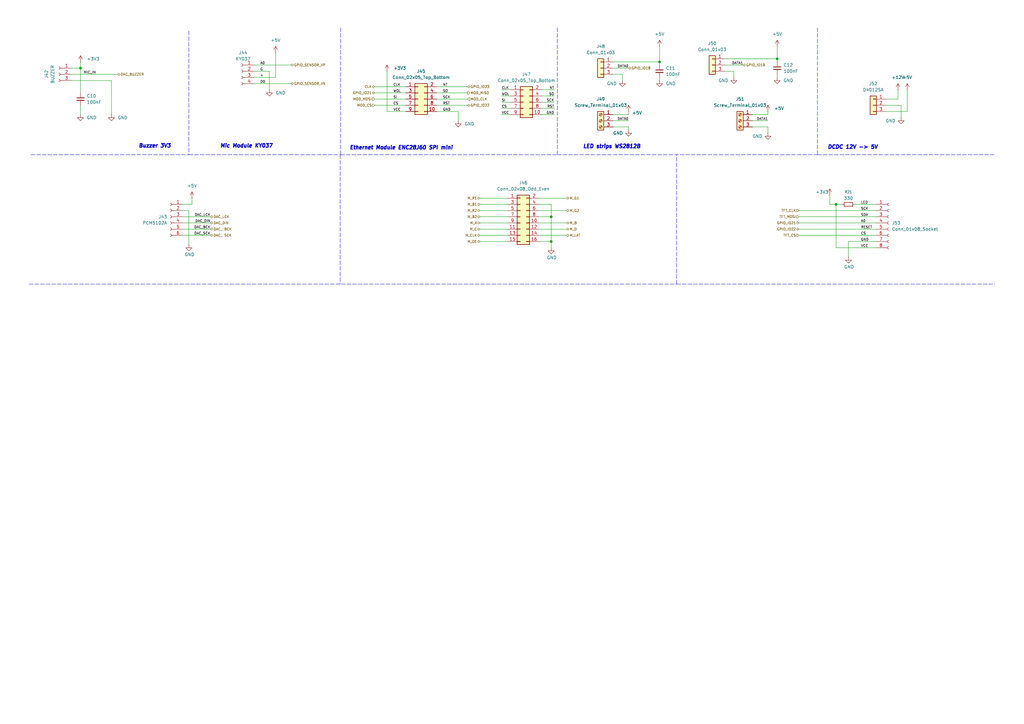
<source format=kicad_sch>
(kicad_sch
	(version 20250114)
	(generator "eeschema")
	(generator_version "9.0")
	(uuid "0b70d291-d322-48b7-8e17-9432c17fe1d6")
	(paper "A3")
	(title_block
		(title "Festiwal Swiatla")
		(date "2025-08-04")
		(rev "V1.0")
		(comment 2 "**Author**")
	)
	(lib_symbols
		(symbol "Connector:Conn_01x03_Socket"
			(pin_names
				(offset 1.016)
				(hide yes)
			)
			(exclude_from_sim no)
			(in_bom yes)
			(on_board yes)
			(property "Reference" "J"
				(at 0 5.08 0)
				(effects
					(font
						(size 1.27 1.27)
					)
				)
			)
			(property "Value" "Conn_01x03_Socket"
				(at 0 -5.08 0)
				(effects
					(font
						(size 1.27 1.27)
					)
				)
			)
			(property "Footprint" ""
				(at 0 0 0)
				(effects
					(font
						(size 1.27 1.27)
					)
					(hide yes)
				)
			)
			(property "Datasheet" "~"
				(at 0 0 0)
				(effects
					(font
						(size 1.27 1.27)
					)
					(hide yes)
				)
			)
			(property "Description" "Generic connector, single row, 01x03, script generated"
				(at 0 0 0)
				(effects
					(font
						(size 1.27 1.27)
					)
					(hide yes)
				)
			)
			(property "ki_locked" ""
				(at 0 0 0)
				(effects
					(font
						(size 1.27 1.27)
					)
				)
			)
			(property "ki_keywords" "connector"
				(at 0 0 0)
				(effects
					(font
						(size 1.27 1.27)
					)
					(hide yes)
				)
			)
			(property "ki_fp_filters" "Connector*:*_1x??_*"
				(at 0 0 0)
				(effects
					(font
						(size 1.27 1.27)
					)
					(hide yes)
				)
			)
			(symbol "Conn_01x03_Socket_1_1"
				(polyline
					(pts
						(xy -1.27 2.54) (xy -0.508 2.54)
					)
					(stroke
						(width 0.1524)
						(type default)
					)
					(fill
						(type none)
					)
				)
				(polyline
					(pts
						(xy -1.27 0) (xy -0.508 0)
					)
					(stroke
						(width 0.1524)
						(type default)
					)
					(fill
						(type none)
					)
				)
				(polyline
					(pts
						(xy -1.27 -2.54) (xy -0.508 -2.54)
					)
					(stroke
						(width 0.1524)
						(type default)
					)
					(fill
						(type none)
					)
				)
				(arc
					(start 0 2.032)
					(mid -0.5058 2.54)
					(end 0 3.048)
					(stroke
						(width 0.1524)
						(type default)
					)
					(fill
						(type none)
					)
				)
				(arc
					(start 0 -0.508)
					(mid -0.5058 0)
					(end 0 0.508)
					(stroke
						(width 0.1524)
						(type default)
					)
					(fill
						(type none)
					)
				)
				(arc
					(start 0 -3.048)
					(mid -0.5058 -2.54)
					(end 0 -2.032)
					(stroke
						(width 0.1524)
						(type default)
					)
					(fill
						(type none)
					)
				)
				(pin passive line
					(at -5.08 2.54 0)
					(length 3.81)
					(name "Pin_1"
						(effects
							(font
								(size 1.27 1.27)
							)
						)
					)
					(number "1"
						(effects
							(font
								(size 1.27 1.27)
							)
						)
					)
				)
				(pin passive line
					(at -5.08 0 0)
					(length 3.81)
					(name "Pin_2"
						(effects
							(font
								(size 1.27 1.27)
							)
						)
					)
					(number "2"
						(effects
							(font
								(size 1.27 1.27)
							)
						)
					)
				)
				(pin passive line
					(at -5.08 -2.54 0)
					(length 3.81)
					(name "Pin_3"
						(effects
							(font
								(size 1.27 1.27)
							)
						)
					)
					(number "3"
						(effects
							(font
								(size 1.27 1.27)
							)
						)
					)
				)
			)
			(embedded_fonts no)
		)
		(symbol "Connector:Conn_01x04_Socket"
			(pin_names
				(offset 1.016)
				(hide yes)
			)
			(exclude_from_sim no)
			(in_bom yes)
			(on_board yes)
			(property "Reference" "J"
				(at 0 5.08 0)
				(effects
					(font
						(size 1.27 1.27)
					)
				)
			)
			(property "Value" "Conn_01x04_Socket"
				(at 0 -7.62 0)
				(effects
					(font
						(size 1.27 1.27)
					)
				)
			)
			(property "Footprint" ""
				(at 0 0 0)
				(effects
					(font
						(size 1.27 1.27)
					)
					(hide yes)
				)
			)
			(property "Datasheet" "~"
				(at 0 0 0)
				(effects
					(font
						(size 1.27 1.27)
					)
					(hide yes)
				)
			)
			(property "Description" "Generic connector, single row, 01x04, script generated"
				(at 0 0 0)
				(effects
					(font
						(size 1.27 1.27)
					)
					(hide yes)
				)
			)
			(property "ki_locked" ""
				(at 0 0 0)
				(effects
					(font
						(size 1.27 1.27)
					)
				)
			)
			(property "ki_keywords" "connector"
				(at 0 0 0)
				(effects
					(font
						(size 1.27 1.27)
					)
					(hide yes)
				)
			)
			(property "ki_fp_filters" "Connector*:*_1x??_*"
				(at 0 0 0)
				(effects
					(font
						(size 1.27 1.27)
					)
					(hide yes)
				)
			)
			(symbol "Conn_01x04_Socket_1_1"
				(polyline
					(pts
						(xy -1.27 2.54) (xy -0.508 2.54)
					)
					(stroke
						(width 0.1524)
						(type default)
					)
					(fill
						(type none)
					)
				)
				(polyline
					(pts
						(xy -1.27 0) (xy -0.508 0)
					)
					(stroke
						(width 0.1524)
						(type default)
					)
					(fill
						(type none)
					)
				)
				(polyline
					(pts
						(xy -1.27 -2.54) (xy -0.508 -2.54)
					)
					(stroke
						(width 0.1524)
						(type default)
					)
					(fill
						(type none)
					)
				)
				(polyline
					(pts
						(xy -1.27 -5.08) (xy -0.508 -5.08)
					)
					(stroke
						(width 0.1524)
						(type default)
					)
					(fill
						(type none)
					)
				)
				(arc
					(start 0 2.032)
					(mid -0.5058 2.54)
					(end 0 3.048)
					(stroke
						(width 0.1524)
						(type default)
					)
					(fill
						(type none)
					)
				)
				(arc
					(start 0 -0.508)
					(mid -0.5058 0)
					(end 0 0.508)
					(stroke
						(width 0.1524)
						(type default)
					)
					(fill
						(type none)
					)
				)
				(arc
					(start 0 -3.048)
					(mid -0.5058 -2.54)
					(end 0 -2.032)
					(stroke
						(width 0.1524)
						(type default)
					)
					(fill
						(type none)
					)
				)
				(arc
					(start 0 -5.588)
					(mid -0.5058 -5.08)
					(end 0 -4.572)
					(stroke
						(width 0.1524)
						(type default)
					)
					(fill
						(type none)
					)
				)
				(pin passive line
					(at -5.08 2.54 0)
					(length 3.81)
					(name "Pin_1"
						(effects
							(font
								(size 1.27 1.27)
							)
						)
					)
					(number "1"
						(effects
							(font
								(size 1.27 1.27)
							)
						)
					)
				)
				(pin passive line
					(at -5.08 0 0)
					(length 3.81)
					(name "Pin_2"
						(effects
							(font
								(size 1.27 1.27)
							)
						)
					)
					(number "2"
						(effects
							(font
								(size 1.27 1.27)
							)
						)
					)
				)
				(pin passive line
					(at -5.08 -2.54 0)
					(length 3.81)
					(name "Pin_3"
						(effects
							(font
								(size 1.27 1.27)
							)
						)
					)
					(number "3"
						(effects
							(font
								(size 1.27 1.27)
							)
						)
					)
				)
				(pin passive line
					(at -5.08 -5.08 0)
					(length 3.81)
					(name "Pin_4"
						(effects
							(font
								(size 1.27 1.27)
							)
						)
					)
					(number "4"
						(effects
							(font
								(size 1.27 1.27)
							)
						)
					)
				)
			)
			(embedded_fonts no)
		)
		(symbol "Connector:Conn_01x06_Socket"
			(pin_names
				(offset 1.016)
				(hide yes)
			)
			(exclude_from_sim no)
			(in_bom yes)
			(on_board yes)
			(property "Reference" "J"
				(at 0 7.62 0)
				(effects
					(font
						(size 1.27 1.27)
					)
				)
			)
			(property "Value" "Conn_01x06_Socket"
				(at 0 -10.16 0)
				(effects
					(font
						(size 1.27 1.27)
					)
				)
			)
			(property "Footprint" ""
				(at 0 0 0)
				(effects
					(font
						(size 1.27 1.27)
					)
					(hide yes)
				)
			)
			(property "Datasheet" "~"
				(at 0 0 0)
				(effects
					(font
						(size 1.27 1.27)
					)
					(hide yes)
				)
			)
			(property "Description" "Generic connector, single row, 01x06, script generated"
				(at 0 0 0)
				(effects
					(font
						(size 1.27 1.27)
					)
					(hide yes)
				)
			)
			(property "ki_locked" ""
				(at 0 0 0)
				(effects
					(font
						(size 1.27 1.27)
					)
				)
			)
			(property "ki_keywords" "connector"
				(at 0 0 0)
				(effects
					(font
						(size 1.27 1.27)
					)
					(hide yes)
				)
			)
			(property "ki_fp_filters" "Connector*:*_1x??_*"
				(at 0 0 0)
				(effects
					(font
						(size 1.27 1.27)
					)
					(hide yes)
				)
			)
			(symbol "Conn_01x06_Socket_1_1"
				(polyline
					(pts
						(xy -1.27 5.08) (xy -0.508 5.08)
					)
					(stroke
						(width 0.1524)
						(type default)
					)
					(fill
						(type none)
					)
				)
				(polyline
					(pts
						(xy -1.27 2.54) (xy -0.508 2.54)
					)
					(stroke
						(width 0.1524)
						(type default)
					)
					(fill
						(type none)
					)
				)
				(polyline
					(pts
						(xy -1.27 0) (xy -0.508 0)
					)
					(stroke
						(width 0.1524)
						(type default)
					)
					(fill
						(type none)
					)
				)
				(polyline
					(pts
						(xy -1.27 -2.54) (xy -0.508 -2.54)
					)
					(stroke
						(width 0.1524)
						(type default)
					)
					(fill
						(type none)
					)
				)
				(polyline
					(pts
						(xy -1.27 -5.08) (xy -0.508 -5.08)
					)
					(stroke
						(width 0.1524)
						(type default)
					)
					(fill
						(type none)
					)
				)
				(polyline
					(pts
						(xy -1.27 -7.62) (xy -0.508 -7.62)
					)
					(stroke
						(width 0.1524)
						(type default)
					)
					(fill
						(type none)
					)
				)
				(arc
					(start 0 4.572)
					(mid -0.5058 5.08)
					(end 0 5.588)
					(stroke
						(width 0.1524)
						(type default)
					)
					(fill
						(type none)
					)
				)
				(arc
					(start 0 2.032)
					(mid -0.5058 2.54)
					(end 0 3.048)
					(stroke
						(width 0.1524)
						(type default)
					)
					(fill
						(type none)
					)
				)
				(arc
					(start 0 -0.508)
					(mid -0.5058 0)
					(end 0 0.508)
					(stroke
						(width 0.1524)
						(type default)
					)
					(fill
						(type none)
					)
				)
				(arc
					(start 0 -3.048)
					(mid -0.5058 -2.54)
					(end 0 -2.032)
					(stroke
						(width 0.1524)
						(type default)
					)
					(fill
						(type none)
					)
				)
				(arc
					(start 0 -5.588)
					(mid -0.5058 -5.08)
					(end 0 -4.572)
					(stroke
						(width 0.1524)
						(type default)
					)
					(fill
						(type none)
					)
				)
				(arc
					(start 0 -8.128)
					(mid -0.5058 -7.62)
					(end 0 -7.112)
					(stroke
						(width 0.1524)
						(type default)
					)
					(fill
						(type none)
					)
				)
				(pin passive line
					(at -5.08 5.08 0)
					(length 3.81)
					(name "Pin_1"
						(effects
							(font
								(size 1.27 1.27)
							)
						)
					)
					(number "1"
						(effects
							(font
								(size 1.27 1.27)
							)
						)
					)
				)
				(pin passive line
					(at -5.08 2.54 0)
					(length 3.81)
					(name "Pin_2"
						(effects
							(font
								(size 1.27 1.27)
							)
						)
					)
					(number "2"
						(effects
							(font
								(size 1.27 1.27)
							)
						)
					)
				)
				(pin passive line
					(at -5.08 0 0)
					(length 3.81)
					(name "Pin_3"
						(effects
							(font
								(size 1.27 1.27)
							)
						)
					)
					(number "3"
						(effects
							(font
								(size 1.27 1.27)
							)
						)
					)
				)
				(pin passive line
					(at -5.08 -2.54 0)
					(length 3.81)
					(name "Pin_4"
						(effects
							(font
								(size 1.27 1.27)
							)
						)
					)
					(number "4"
						(effects
							(font
								(size 1.27 1.27)
							)
						)
					)
				)
				(pin passive line
					(at -5.08 -5.08 0)
					(length 3.81)
					(name "Pin_5"
						(effects
							(font
								(size 1.27 1.27)
							)
						)
					)
					(number "5"
						(effects
							(font
								(size 1.27 1.27)
							)
						)
					)
				)
				(pin passive line
					(at -5.08 -7.62 0)
					(length 3.81)
					(name "Pin_6"
						(effects
							(font
								(size 1.27 1.27)
							)
						)
					)
					(number "6"
						(effects
							(font
								(size 1.27 1.27)
							)
						)
					)
				)
			)
			(embedded_fonts no)
		)
		(symbol "Connector:Conn_01x08_Socket"
			(pin_names
				(offset 1.016)
				(hide yes)
			)
			(exclude_from_sim no)
			(in_bom yes)
			(on_board yes)
			(property "Reference" "J"
				(at 0 10.16 0)
				(effects
					(font
						(size 1.27 1.27)
					)
				)
			)
			(property "Value" "Conn_01x08_Socket"
				(at 0 -12.7 0)
				(effects
					(font
						(size 1.27 1.27)
					)
				)
			)
			(property "Footprint" ""
				(at 0 0 0)
				(effects
					(font
						(size 1.27 1.27)
					)
					(hide yes)
				)
			)
			(property "Datasheet" "~"
				(at 0 0 0)
				(effects
					(font
						(size 1.27 1.27)
					)
					(hide yes)
				)
			)
			(property "Description" "Generic connector, single row, 01x08, script generated"
				(at 0 0 0)
				(effects
					(font
						(size 1.27 1.27)
					)
					(hide yes)
				)
			)
			(property "ki_locked" ""
				(at 0 0 0)
				(effects
					(font
						(size 1.27 1.27)
					)
				)
			)
			(property "ki_keywords" "connector"
				(at 0 0 0)
				(effects
					(font
						(size 1.27 1.27)
					)
					(hide yes)
				)
			)
			(property "ki_fp_filters" "Connector*:*_1x??_*"
				(at 0 0 0)
				(effects
					(font
						(size 1.27 1.27)
					)
					(hide yes)
				)
			)
			(symbol "Conn_01x08_Socket_1_1"
				(polyline
					(pts
						(xy -1.27 7.62) (xy -0.508 7.62)
					)
					(stroke
						(width 0.1524)
						(type default)
					)
					(fill
						(type none)
					)
				)
				(polyline
					(pts
						(xy -1.27 5.08) (xy -0.508 5.08)
					)
					(stroke
						(width 0.1524)
						(type default)
					)
					(fill
						(type none)
					)
				)
				(polyline
					(pts
						(xy -1.27 2.54) (xy -0.508 2.54)
					)
					(stroke
						(width 0.1524)
						(type default)
					)
					(fill
						(type none)
					)
				)
				(polyline
					(pts
						(xy -1.27 0) (xy -0.508 0)
					)
					(stroke
						(width 0.1524)
						(type default)
					)
					(fill
						(type none)
					)
				)
				(polyline
					(pts
						(xy -1.27 -2.54) (xy -0.508 -2.54)
					)
					(stroke
						(width 0.1524)
						(type default)
					)
					(fill
						(type none)
					)
				)
				(polyline
					(pts
						(xy -1.27 -5.08) (xy -0.508 -5.08)
					)
					(stroke
						(width 0.1524)
						(type default)
					)
					(fill
						(type none)
					)
				)
				(polyline
					(pts
						(xy -1.27 -7.62) (xy -0.508 -7.62)
					)
					(stroke
						(width 0.1524)
						(type default)
					)
					(fill
						(type none)
					)
				)
				(polyline
					(pts
						(xy -1.27 -10.16) (xy -0.508 -10.16)
					)
					(stroke
						(width 0.1524)
						(type default)
					)
					(fill
						(type none)
					)
				)
				(arc
					(start 0 7.112)
					(mid -0.5058 7.62)
					(end 0 8.128)
					(stroke
						(width 0.1524)
						(type default)
					)
					(fill
						(type none)
					)
				)
				(arc
					(start 0 4.572)
					(mid -0.5058 5.08)
					(end 0 5.588)
					(stroke
						(width 0.1524)
						(type default)
					)
					(fill
						(type none)
					)
				)
				(arc
					(start 0 2.032)
					(mid -0.5058 2.54)
					(end 0 3.048)
					(stroke
						(width 0.1524)
						(type default)
					)
					(fill
						(type none)
					)
				)
				(arc
					(start 0 -0.508)
					(mid -0.5058 0)
					(end 0 0.508)
					(stroke
						(width 0.1524)
						(type default)
					)
					(fill
						(type none)
					)
				)
				(arc
					(start 0 -3.048)
					(mid -0.5058 -2.54)
					(end 0 -2.032)
					(stroke
						(width 0.1524)
						(type default)
					)
					(fill
						(type none)
					)
				)
				(arc
					(start 0 -5.588)
					(mid -0.5058 -5.08)
					(end 0 -4.572)
					(stroke
						(width 0.1524)
						(type default)
					)
					(fill
						(type none)
					)
				)
				(arc
					(start 0 -8.128)
					(mid -0.5058 -7.62)
					(end 0 -7.112)
					(stroke
						(width 0.1524)
						(type default)
					)
					(fill
						(type none)
					)
				)
				(arc
					(start 0 -10.668)
					(mid -0.5058 -10.16)
					(end 0 -9.652)
					(stroke
						(width 0.1524)
						(type default)
					)
					(fill
						(type none)
					)
				)
				(pin passive line
					(at -5.08 7.62 0)
					(length 3.81)
					(name "Pin_1"
						(effects
							(font
								(size 1.27 1.27)
							)
						)
					)
					(number "1"
						(effects
							(font
								(size 1.27 1.27)
							)
						)
					)
				)
				(pin passive line
					(at -5.08 5.08 0)
					(length 3.81)
					(name "Pin_2"
						(effects
							(font
								(size 1.27 1.27)
							)
						)
					)
					(number "2"
						(effects
							(font
								(size 1.27 1.27)
							)
						)
					)
				)
				(pin passive line
					(at -5.08 2.54 0)
					(length 3.81)
					(name "Pin_3"
						(effects
							(font
								(size 1.27 1.27)
							)
						)
					)
					(number "3"
						(effects
							(font
								(size 1.27 1.27)
							)
						)
					)
				)
				(pin passive line
					(at -5.08 0 0)
					(length 3.81)
					(name "Pin_4"
						(effects
							(font
								(size 1.27 1.27)
							)
						)
					)
					(number "4"
						(effects
							(font
								(size 1.27 1.27)
							)
						)
					)
				)
				(pin passive line
					(at -5.08 -2.54 0)
					(length 3.81)
					(name "Pin_5"
						(effects
							(font
								(size 1.27 1.27)
							)
						)
					)
					(number "5"
						(effects
							(font
								(size 1.27 1.27)
							)
						)
					)
				)
				(pin passive line
					(at -5.08 -5.08 0)
					(length 3.81)
					(name "Pin_6"
						(effects
							(font
								(size 1.27 1.27)
							)
						)
					)
					(number "6"
						(effects
							(font
								(size 1.27 1.27)
							)
						)
					)
				)
				(pin passive line
					(at -5.08 -7.62 0)
					(length 3.81)
					(name "Pin_7"
						(effects
							(font
								(size 1.27 1.27)
							)
						)
					)
					(number "7"
						(effects
							(font
								(size 1.27 1.27)
							)
						)
					)
				)
				(pin passive line
					(at -5.08 -10.16 0)
					(length 3.81)
					(name "Pin_8"
						(effects
							(font
								(size 1.27 1.27)
							)
						)
					)
					(number "8"
						(effects
							(font
								(size 1.27 1.27)
							)
						)
					)
				)
			)
			(embedded_fonts no)
		)
		(symbol "Connector:Screw_Terminal_01x03"
			(pin_names
				(offset 1.016)
				(hide yes)
			)
			(exclude_from_sim no)
			(in_bom yes)
			(on_board yes)
			(property "Reference" "J"
				(at 0 5.08 0)
				(effects
					(font
						(size 1.27 1.27)
					)
				)
			)
			(property "Value" "Screw_Terminal_01x03"
				(at 0 -5.08 0)
				(effects
					(font
						(size 1.27 1.27)
					)
				)
			)
			(property "Footprint" ""
				(at 0 0 0)
				(effects
					(font
						(size 1.27 1.27)
					)
					(hide yes)
				)
			)
			(property "Datasheet" "~"
				(at 0 0 0)
				(effects
					(font
						(size 1.27 1.27)
					)
					(hide yes)
				)
			)
			(property "Description" "Generic screw terminal, single row, 01x03, script generated (kicad-library-utils/schlib/autogen/connector/)"
				(at 0 0 0)
				(effects
					(font
						(size 1.27 1.27)
					)
					(hide yes)
				)
			)
			(property "ki_keywords" "screw terminal"
				(at 0 0 0)
				(effects
					(font
						(size 1.27 1.27)
					)
					(hide yes)
				)
			)
			(property "ki_fp_filters" "TerminalBlock*:*"
				(at 0 0 0)
				(effects
					(font
						(size 1.27 1.27)
					)
					(hide yes)
				)
			)
			(symbol "Screw_Terminal_01x03_1_1"
				(rectangle
					(start -1.27 3.81)
					(end 1.27 -3.81)
					(stroke
						(width 0.254)
						(type default)
					)
					(fill
						(type background)
					)
				)
				(polyline
					(pts
						(xy -0.5334 2.8702) (xy 0.3302 2.032)
					)
					(stroke
						(width 0.1524)
						(type default)
					)
					(fill
						(type none)
					)
				)
				(polyline
					(pts
						(xy -0.5334 0.3302) (xy 0.3302 -0.508)
					)
					(stroke
						(width 0.1524)
						(type default)
					)
					(fill
						(type none)
					)
				)
				(polyline
					(pts
						(xy -0.5334 -2.2098) (xy 0.3302 -3.048)
					)
					(stroke
						(width 0.1524)
						(type default)
					)
					(fill
						(type none)
					)
				)
				(polyline
					(pts
						(xy -0.3556 3.048) (xy 0.508 2.2098)
					)
					(stroke
						(width 0.1524)
						(type default)
					)
					(fill
						(type none)
					)
				)
				(polyline
					(pts
						(xy -0.3556 0.508) (xy 0.508 -0.3302)
					)
					(stroke
						(width 0.1524)
						(type default)
					)
					(fill
						(type none)
					)
				)
				(polyline
					(pts
						(xy -0.3556 -2.032) (xy 0.508 -2.8702)
					)
					(stroke
						(width 0.1524)
						(type default)
					)
					(fill
						(type none)
					)
				)
				(circle
					(center 0 2.54)
					(radius 0.635)
					(stroke
						(width 0.1524)
						(type default)
					)
					(fill
						(type none)
					)
				)
				(circle
					(center 0 0)
					(radius 0.635)
					(stroke
						(width 0.1524)
						(type default)
					)
					(fill
						(type none)
					)
				)
				(circle
					(center 0 -2.54)
					(radius 0.635)
					(stroke
						(width 0.1524)
						(type default)
					)
					(fill
						(type none)
					)
				)
				(pin passive line
					(at -5.08 2.54 0)
					(length 3.81)
					(name "Pin_1"
						(effects
							(font
								(size 1.27 1.27)
							)
						)
					)
					(number "1"
						(effects
							(font
								(size 1.27 1.27)
							)
						)
					)
				)
				(pin passive line
					(at -5.08 0 0)
					(length 3.81)
					(name "Pin_2"
						(effects
							(font
								(size 1.27 1.27)
							)
						)
					)
					(number "2"
						(effects
							(font
								(size 1.27 1.27)
							)
						)
					)
				)
				(pin passive line
					(at -5.08 -2.54 0)
					(length 3.81)
					(name "Pin_3"
						(effects
							(font
								(size 1.27 1.27)
							)
						)
					)
					(number "3"
						(effects
							(font
								(size 1.27 1.27)
							)
						)
					)
				)
			)
			(embedded_fonts no)
		)
		(symbol "Connector_Generic:Conn_01x03"
			(pin_names
				(offset 1.016)
				(hide yes)
			)
			(exclude_from_sim no)
			(in_bom yes)
			(on_board yes)
			(property "Reference" "J"
				(at 0 5.08 0)
				(effects
					(font
						(size 1.27 1.27)
					)
				)
			)
			(property "Value" "Conn_01x03"
				(at 0 -5.08 0)
				(effects
					(font
						(size 1.27 1.27)
					)
				)
			)
			(property "Footprint" ""
				(at 0 0 0)
				(effects
					(font
						(size 1.27 1.27)
					)
					(hide yes)
				)
			)
			(property "Datasheet" "~"
				(at 0 0 0)
				(effects
					(font
						(size 1.27 1.27)
					)
					(hide yes)
				)
			)
			(property "Description" "Generic connector, single row, 01x03, script generated (kicad-library-utils/schlib/autogen/connector/)"
				(at 0 0 0)
				(effects
					(font
						(size 1.27 1.27)
					)
					(hide yes)
				)
			)
			(property "ki_keywords" "connector"
				(at 0 0 0)
				(effects
					(font
						(size 1.27 1.27)
					)
					(hide yes)
				)
			)
			(property "ki_fp_filters" "Connector*:*_1x??_*"
				(at 0 0 0)
				(effects
					(font
						(size 1.27 1.27)
					)
					(hide yes)
				)
			)
			(symbol "Conn_01x03_1_1"
				(rectangle
					(start -1.27 3.81)
					(end 1.27 -3.81)
					(stroke
						(width 0.254)
						(type default)
					)
					(fill
						(type background)
					)
				)
				(rectangle
					(start -1.27 2.667)
					(end 0 2.413)
					(stroke
						(width 0.1524)
						(type default)
					)
					(fill
						(type none)
					)
				)
				(rectangle
					(start -1.27 0.127)
					(end 0 -0.127)
					(stroke
						(width 0.1524)
						(type default)
					)
					(fill
						(type none)
					)
				)
				(rectangle
					(start -1.27 -2.413)
					(end 0 -2.667)
					(stroke
						(width 0.1524)
						(type default)
					)
					(fill
						(type none)
					)
				)
				(pin passive line
					(at -5.08 2.54 0)
					(length 3.81)
					(name "Pin_1"
						(effects
							(font
								(size 1.27 1.27)
							)
						)
					)
					(number "1"
						(effects
							(font
								(size 1.27 1.27)
							)
						)
					)
				)
				(pin passive line
					(at -5.08 0 0)
					(length 3.81)
					(name "Pin_2"
						(effects
							(font
								(size 1.27 1.27)
							)
						)
					)
					(number "2"
						(effects
							(font
								(size 1.27 1.27)
							)
						)
					)
				)
				(pin passive line
					(at -5.08 -2.54 0)
					(length 3.81)
					(name "Pin_3"
						(effects
							(font
								(size 1.27 1.27)
							)
						)
					)
					(number "3"
						(effects
							(font
								(size 1.27 1.27)
							)
						)
					)
				)
			)
			(embedded_fonts no)
		)
		(symbol "Connector_Generic:Conn_02x05_Odd_Even"
			(pin_names
				(offset 1.016)
				(hide yes)
			)
			(exclude_from_sim no)
			(in_bom yes)
			(on_board yes)
			(property "Reference" "J"
				(at 1.27 7.62 0)
				(effects
					(font
						(size 1.27 1.27)
					)
				)
			)
			(property "Value" "Conn_02x05_Odd_Even"
				(at 1.27 -7.62 0)
				(effects
					(font
						(size 1.27 1.27)
					)
				)
			)
			(property "Footprint" ""
				(at 0 0 0)
				(effects
					(font
						(size 1.27 1.27)
					)
					(hide yes)
				)
			)
			(property "Datasheet" "~"
				(at 0 0 0)
				(effects
					(font
						(size 1.27 1.27)
					)
					(hide yes)
				)
			)
			(property "Description" "Generic connector, double row, 02x05, odd/even pin numbering scheme (row 1 odd numbers, row 2 even numbers), script generated (kicad-library-utils/schlib/autogen/connector/)"
				(at 0 0 0)
				(effects
					(font
						(size 1.27 1.27)
					)
					(hide yes)
				)
			)
			(property "ki_keywords" "connector"
				(at 0 0 0)
				(effects
					(font
						(size 1.27 1.27)
					)
					(hide yes)
				)
			)
			(property "ki_fp_filters" "Connector*:*_2x??_*"
				(at 0 0 0)
				(effects
					(font
						(size 1.27 1.27)
					)
					(hide yes)
				)
			)
			(symbol "Conn_02x05_Odd_Even_1_1"
				(rectangle
					(start -1.27 6.35)
					(end 3.81 -6.35)
					(stroke
						(width 0.254)
						(type default)
					)
					(fill
						(type background)
					)
				)
				(rectangle
					(start -1.27 5.207)
					(end 0 4.953)
					(stroke
						(width 0.1524)
						(type default)
					)
					(fill
						(type none)
					)
				)
				(rectangle
					(start -1.27 2.667)
					(end 0 2.413)
					(stroke
						(width 0.1524)
						(type default)
					)
					(fill
						(type none)
					)
				)
				(rectangle
					(start -1.27 0.127)
					(end 0 -0.127)
					(stroke
						(width 0.1524)
						(type default)
					)
					(fill
						(type none)
					)
				)
				(rectangle
					(start -1.27 -2.413)
					(end 0 -2.667)
					(stroke
						(width 0.1524)
						(type default)
					)
					(fill
						(type none)
					)
				)
				(rectangle
					(start -1.27 -4.953)
					(end 0 -5.207)
					(stroke
						(width 0.1524)
						(type default)
					)
					(fill
						(type none)
					)
				)
				(rectangle
					(start 3.81 5.207)
					(end 2.54 4.953)
					(stroke
						(width 0.1524)
						(type default)
					)
					(fill
						(type none)
					)
				)
				(rectangle
					(start 3.81 2.667)
					(end 2.54 2.413)
					(stroke
						(width 0.1524)
						(type default)
					)
					(fill
						(type none)
					)
				)
				(rectangle
					(start 3.81 0.127)
					(end 2.54 -0.127)
					(stroke
						(width 0.1524)
						(type default)
					)
					(fill
						(type none)
					)
				)
				(rectangle
					(start 3.81 -2.413)
					(end 2.54 -2.667)
					(stroke
						(width 0.1524)
						(type default)
					)
					(fill
						(type none)
					)
				)
				(rectangle
					(start 3.81 -4.953)
					(end 2.54 -5.207)
					(stroke
						(width 0.1524)
						(type default)
					)
					(fill
						(type none)
					)
				)
				(pin passive line
					(at -5.08 5.08 0)
					(length 3.81)
					(name "Pin_1"
						(effects
							(font
								(size 1.27 1.27)
							)
						)
					)
					(number "1"
						(effects
							(font
								(size 1.27 1.27)
							)
						)
					)
				)
				(pin passive line
					(at -5.08 2.54 0)
					(length 3.81)
					(name "Pin_3"
						(effects
							(font
								(size 1.27 1.27)
							)
						)
					)
					(number "3"
						(effects
							(font
								(size 1.27 1.27)
							)
						)
					)
				)
				(pin passive line
					(at -5.08 0 0)
					(length 3.81)
					(name "Pin_5"
						(effects
							(font
								(size 1.27 1.27)
							)
						)
					)
					(number "5"
						(effects
							(font
								(size 1.27 1.27)
							)
						)
					)
				)
				(pin passive line
					(at -5.08 -2.54 0)
					(length 3.81)
					(name "Pin_7"
						(effects
							(font
								(size 1.27 1.27)
							)
						)
					)
					(number "7"
						(effects
							(font
								(size 1.27 1.27)
							)
						)
					)
				)
				(pin passive line
					(at -5.08 -5.08 0)
					(length 3.81)
					(name "Pin_9"
						(effects
							(font
								(size 1.27 1.27)
							)
						)
					)
					(number "9"
						(effects
							(font
								(size 1.27 1.27)
							)
						)
					)
				)
				(pin passive line
					(at 7.62 5.08 180)
					(length 3.81)
					(name "Pin_2"
						(effects
							(font
								(size 1.27 1.27)
							)
						)
					)
					(number "2"
						(effects
							(font
								(size 1.27 1.27)
							)
						)
					)
				)
				(pin passive line
					(at 7.62 2.54 180)
					(length 3.81)
					(name "Pin_4"
						(effects
							(font
								(size 1.27 1.27)
							)
						)
					)
					(number "4"
						(effects
							(font
								(size 1.27 1.27)
							)
						)
					)
				)
				(pin passive line
					(at 7.62 0 180)
					(length 3.81)
					(name "Pin_6"
						(effects
							(font
								(size 1.27 1.27)
							)
						)
					)
					(number "6"
						(effects
							(font
								(size 1.27 1.27)
							)
						)
					)
				)
				(pin passive line
					(at 7.62 -2.54 180)
					(length 3.81)
					(name "Pin_8"
						(effects
							(font
								(size 1.27 1.27)
							)
						)
					)
					(number "8"
						(effects
							(font
								(size 1.27 1.27)
							)
						)
					)
				)
				(pin passive line
					(at 7.62 -5.08 180)
					(length 3.81)
					(name "Pin_10"
						(effects
							(font
								(size 1.27 1.27)
							)
						)
					)
					(number "10"
						(effects
							(font
								(size 1.27 1.27)
							)
						)
					)
				)
			)
			(embedded_fonts no)
		)
		(symbol "Connector_Generic:Conn_02x08_Odd_Even"
			(pin_names
				(offset 1.016)
				(hide yes)
			)
			(exclude_from_sim no)
			(in_bom yes)
			(on_board yes)
			(property "Reference" "J"
				(at 1.27 10.16 0)
				(effects
					(font
						(size 1.27 1.27)
					)
				)
			)
			(property "Value" "Conn_02x08_Odd_Even"
				(at 1.27 -12.7 0)
				(effects
					(font
						(size 1.27 1.27)
					)
				)
			)
			(property "Footprint" ""
				(at 0 0 0)
				(effects
					(font
						(size 1.27 1.27)
					)
					(hide yes)
				)
			)
			(property "Datasheet" "~"
				(at 0 0 0)
				(effects
					(font
						(size 1.27 1.27)
					)
					(hide yes)
				)
			)
			(property "Description" "Generic connector, double row, 02x08, odd/even pin numbering scheme (row 1 odd numbers, row 2 even numbers), script generated (kicad-library-utils/schlib/autogen/connector/)"
				(at 0 0 0)
				(effects
					(font
						(size 1.27 1.27)
					)
					(hide yes)
				)
			)
			(property "ki_keywords" "connector"
				(at 0 0 0)
				(effects
					(font
						(size 1.27 1.27)
					)
					(hide yes)
				)
			)
			(property "ki_fp_filters" "Connector*:*_2x??_*"
				(at 0 0 0)
				(effects
					(font
						(size 1.27 1.27)
					)
					(hide yes)
				)
			)
			(symbol "Conn_02x08_Odd_Even_1_1"
				(rectangle
					(start -1.27 8.89)
					(end 3.81 -11.43)
					(stroke
						(width 0.254)
						(type default)
					)
					(fill
						(type background)
					)
				)
				(rectangle
					(start -1.27 7.747)
					(end 0 7.493)
					(stroke
						(width 0.1524)
						(type default)
					)
					(fill
						(type none)
					)
				)
				(rectangle
					(start -1.27 5.207)
					(end 0 4.953)
					(stroke
						(width 0.1524)
						(type default)
					)
					(fill
						(type none)
					)
				)
				(rectangle
					(start -1.27 2.667)
					(end 0 2.413)
					(stroke
						(width 0.1524)
						(type default)
					)
					(fill
						(type none)
					)
				)
				(rectangle
					(start -1.27 0.127)
					(end 0 -0.127)
					(stroke
						(width 0.1524)
						(type default)
					)
					(fill
						(type none)
					)
				)
				(rectangle
					(start -1.27 -2.413)
					(end 0 -2.667)
					(stroke
						(width 0.1524)
						(type default)
					)
					(fill
						(type none)
					)
				)
				(rectangle
					(start -1.27 -4.953)
					(end 0 -5.207)
					(stroke
						(width 0.1524)
						(type default)
					)
					(fill
						(type none)
					)
				)
				(rectangle
					(start -1.27 -7.493)
					(end 0 -7.747)
					(stroke
						(width 0.1524)
						(type default)
					)
					(fill
						(type none)
					)
				)
				(rectangle
					(start -1.27 -10.033)
					(end 0 -10.287)
					(stroke
						(width 0.1524)
						(type default)
					)
					(fill
						(type none)
					)
				)
				(rectangle
					(start 3.81 7.747)
					(end 2.54 7.493)
					(stroke
						(width 0.1524)
						(type default)
					)
					(fill
						(type none)
					)
				)
				(rectangle
					(start 3.81 5.207)
					(end 2.54 4.953)
					(stroke
						(width 0.1524)
						(type default)
					)
					(fill
						(type none)
					)
				)
				(rectangle
					(start 3.81 2.667)
					(end 2.54 2.413)
					(stroke
						(width 0.1524)
						(type default)
					)
					(fill
						(type none)
					)
				)
				(rectangle
					(start 3.81 0.127)
					(end 2.54 -0.127)
					(stroke
						(width 0.1524)
						(type default)
					)
					(fill
						(type none)
					)
				)
				(rectangle
					(start 3.81 -2.413)
					(end 2.54 -2.667)
					(stroke
						(width 0.1524)
						(type default)
					)
					(fill
						(type none)
					)
				)
				(rectangle
					(start 3.81 -4.953)
					(end 2.54 -5.207)
					(stroke
						(width 0.1524)
						(type default)
					)
					(fill
						(type none)
					)
				)
				(rectangle
					(start 3.81 -7.493)
					(end 2.54 -7.747)
					(stroke
						(width 0.1524)
						(type default)
					)
					(fill
						(type none)
					)
				)
				(rectangle
					(start 3.81 -10.033)
					(end 2.54 -10.287)
					(stroke
						(width 0.1524)
						(type default)
					)
					(fill
						(type none)
					)
				)
				(pin passive line
					(at -5.08 7.62 0)
					(length 3.81)
					(name "Pin_1"
						(effects
							(font
								(size 1.27 1.27)
							)
						)
					)
					(number "1"
						(effects
							(font
								(size 1.27 1.27)
							)
						)
					)
				)
				(pin passive line
					(at -5.08 5.08 0)
					(length 3.81)
					(name "Pin_3"
						(effects
							(font
								(size 1.27 1.27)
							)
						)
					)
					(number "3"
						(effects
							(font
								(size 1.27 1.27)
							)
						)
					)
				)
				(pin passive line
					(at -5.08 2.54 0)
					(length 3.81)
					(name "Pin_5"
						(effects
							(font
								(size 1.27 1.27)
							)
						)
					)
					(number "5"
						(effects
							(font
								(size 1.27 1.27)
							)
						)
					)
				)
				(pin passive line
					(at -5.08 0 0)
					(length 3.81)
					(name "Pin_7"
						(effects
							(font
								(size 1.27 1.27)
							)
						)
					)
					(number "7"
						(effects
							(font
								(size 1.27 1.27)
							)
						)
					)
				)
				(pin passive line
					(at -5.08 -2.54 0)
					(length 3.81)
					(name "Pin_9"
						(effects
							(font
								(size 1.27 1.27)
							)
						)
					)
					(number "9"
						(effects
							(font
								(size 1.27 1.27)
							)
						)
					)
				)
				(pin passive line
					(at -5.08 -5.08 0)
					(length 3.81)
					(name "Pin_11"
						(effects
							(font
								(size 1.27 1.27)
							)
						)
					)
					(number "11"
						(effects
							(font
								(size 1.27 1.27)
							)
						)
					)
				)
				(pin passive line
					(at -5.08 -7.62 0)
					(length 3.81)
					(name "Pin_13"
						(effects
							(font
								(size 1.27 1.27)
							)
						)
					)
					(number "13"
						(effects
							(font
								(size 1.27 1.27)
							)
						)
					)
				)
				(pin passive line
					(at -5.08 -10.16 0)
					(length 3.81)
					(name "Pin_15"
						(effects
							(font
								(size 1.27 1.27)
							)
						)
					)
					(number "15"
						(effects
							(font
								(size 1.27 1.27)
							)
						)
					)
				)
				(pin passive line
					(at 7.62 7.62 180)
					(length 3.81)
					(name "Pin_2"
						(effects
							(font
								(size 1.27 1.27)
							)
						)
					)
					(number "2"
						(effects
							(font
								(size 1.27 1.27)
							)
						)
					)
				)
				(pin passive line
					(at 7.62 5.08 180)
					(length 3.81)
					(name "Pin_4"
						(effects
							(font
								(size 1.27 1.27)
							)
						)
					)
					(number "4"
						(effects
							(font
								(size 1.27 1.27)
							)
						)
					)
				)
				(pin passive line
					(at 7.62 2.54 180)
					(length 3.81)
					(name "Pin_6"
						(effects
							(font
								(size 1.27 1.27)
							)
						)
					)
					(number "6"
						(effects
							(font
								(size 1.27 1.27)
							)
						)
					)
				)
				(pin passive line
					(at 7.62 0 180)
					(length 3.81)
					(name "Pin_8"
						(effects
							(font
								(size 1.27 1.27)
							)
						)
					)
					(number "8"
						(effects
							(font
								(size 1.27 1.27)
							)
						)
					)
				)
				(pin passive line
					(at 7.62 -2.54 180)
					(length 3.81)
					(name "Pin_10"
						(effects
							(font
								(size 1.27 1.27)
							)
						)
					)
					(number "10"
						(effects
							(font
								(size 1.27 1.27)
							)
						)
					)
				)
				(pin passive line
					(at 7.62 -5.08 180)
					(length 3.81)
					(name "Pin_12"
						(effects
							(font
								(size 1.27 1.27)
							)
						)
					)
					(number "12"
						(effects
							(font
								(size 1.27 1.27)
							)
						)
					)
				)
				(pin passive line
					(at 7.62 -7.62 180)
					(length 3.81)
					(name "Pin_14"
						(effects
							(font
								(size 1.27 1.27)
							)
						)
					)
					(number "14"
						(effects
							(font
								(size 1.27 1.27)
							)
						)
					)
				)
				(pin passive line
					(at 7.62 -10.16 180)
					(length 3.81)
					(name "Pin_16"
						(effects
							(font
								(size 1.27 1.27)
							)
						)
					)
					(number "16"
						(effects
							(font
								(size 1.27 1.27)
							)
						)
					)
				)
			)
			(embedded_fonts no)
		)
		(symbol "Device:C_Small"
			(pin_numbers
				(hide yes)
			)
			(pin_names
				(offset 0.254)
				(hide yes)
			)
			(exclude_from_sim no)
			(in_bom yes)
			(on_board yes)
			(property "Reference" "C"
				(at 0.254 1.778 0)
				(effects
					(font
						(size 1.27 1.27)
					)
					(justify left)
				)
			)
			(property "Value" "C_Small"
				(at 0.254 -2.032 0)
				(effects
					(font
						(size 1.27 1.27)
					)
					(justify left)
				)
			)
			(property "Footprint" ""
				(at 0 0 0)
				(effects
					(font
						(size 1.27 1.27)
					)
					(hide yes)
				)
			)
			(property "Datasheet" "~"
				(at 0 0 0)
				(effects
					(font
						(size 1.27 1.27)
					)
					(hide yes)
				)
			)
			(property "Description" "Unpolarized capacitor, small symbol"
				(at 0 0 0)
				(effects
					(font
						(size 1.27 1.27)
					)
					(hide yes)
				)
			)
			(property "ki_keywords" "capacitor cap"
				(at 0 0 0)
				(effects
					(font
						(size 1.27 1.27)
					)
					(hide yes)
				)
			)
			(property "ki_fp_filters" "C_*"
				(at 0 0 0)
				(effects
					(font
						(size 1.27 1.27)
					)
					(hide yes)
				)
			)
			(symbol "C_Small_0_1"
				(polyline
					(pts
						(xy -1.524 0.508) (xy 1.524 0.508)
					)
					(stroke
						(width 0.3048)
						(type default)
					)
					(fill
						(type none)
					)
				)
				(polyline
					(pts
						(xy -1.524 -0.508) (xy 1.524 -0.508)
					)
					(stroke
						(width 0.3302)
						(type default)
					)
					(fill
						(type none)
					)
				)
			)
			(symbol "C_Small_1_1"
				(pin passive line
					(at 0 2.54 270)
					(length 2.032)
					(name "~"
						(effects
							(font
								(size 1.27 1.27)
							)
						)
					)
					(number "1"
						(effects
							(font
								(size 1.27 1.27)
							)
						)
					)
				)
				(pin passive line
					(at 0 -2.54 90)
					(length 2.032)
					(name "~"
						(effects
							(font
								(size 1.27 1.27)
							)
						)
					)
					(number "2"
						(effects
							(font
								(size 1.27 1.27)
							)
						)
					)
				)
			)
			(embedded_fonts no)
		)
		(symbol "Device:R_Small"
			(pin_numbers
				(hide yes)
			)
			(pin_names
				(offset 0.254)
				(hide yes)
			)
			(exclude_from_sim no)
			(in_bom yes)
			(on_board yes)
			(property "Reference" "R"
				(at 0 0 90)
				(effects
					(font
						(size 1.016 1.016)
					)
				)
			)
			(property "Value" "R_Small"
				(at 1.778 0 90)
				(effects
					(font
						(size 1.27 1.27)
					)
				)
			)
			(property "Footprint" ""
				(at 0 0 0)
				(effects
					(font
						(size 1.27 1.27)
					)
					(hide yes)
				)
			)
			(property "Datasheet" "~"
				(at 0 0 0)
				(effects
					(font
						(size 1.27 1.27)
					)
					(hide yes)
				)
			)
			(property "Description" "Resistor, small symbol"
				(at 0 0 0)
				(effects
					(font
						(size 1.27 1.27)
					)
					(hide yes)
				)
			)
			(property "ki_keywords" "R resistor"
				(at 0 0 0)
				(effects
					(font
						(size 1.27 1.27)
					)
					(hide yes)
				)
			)
			(property "ki_fp_filters" "R_*"
				(at 0 0 0)
				(effects
					(font
						(size 1.27 1.27)
					)
					(hide yes)
				)
			)
			(symbol "R_Small_0_1"
				(rectangle
					(start -0.762 1.778)
					(end 0.762 -1.778)
					(stroke
						(width 0.2032)
						(type default)
					)
					(fill
						(type none)
					)
				)
			)
			(symbol "R_Small_1_1"
				(pin passive line
					(at 0 2.54 270)
					(length 0.762)
					(name "~"
						(effects
							(font
								(size 1.27 1.27)
							)
						)
					)
					(number "1"
						(effects
							(font
								(size 1.27 1.27)
							)
						)
					)
				)
				(pin passive line
					(at 0 -2.54 90)
					(length 0.762)
					(name "~"
						(effects
							(font
								(size 1.27 1.27)
							)
						)
					)
					(number "2"
						(effects
							(font
								(size 1.27 1.27)
							)
						)
					)
				)
			)
			(embedded_fonts no)
		)
		(symbol "power:+12V"
			(power)
			(pin_numbers
				(hide yes)
			)
			(pin_names
				(offset 0)
				(hide yes)
			)
			(exclude_from_sim no)
			(in_bom yes)
			(on_board yes)
			(property "Reference" "#PWR"
				(at 0 -3.81 0)
				(effects
					(font
						(size 1.27 1.27)
					)
					(hide yes)
				)
			)
			(property "Value" "+12V"
				(at 0 3.556 0)
				(effects
					(font
						(size 1.27 1.27)
					)
				)
			)
			(property "Footprint" ""
				(at 0 0 0)
				(effects
					(font
						(size 1.27 1.27)
					)
					(hide yes)
				)
			)
			(property "Datasheet" ""
				(at 0 0 0)
				(effects
					(font
						(size 1.27 1.27)
					)
					(hide yes)
				)
			)
			(property "Description" "Power symbol creates a global label with name \"+12V\""
				(at 0 0 0)
				(effects
					(font
						(size 1.27 1.27)
					)
					(hide yes)
				)
			)
			(property "ki_keywords" "global power"
				(at 0 0 0)
				(effects
					(font
						(size 1.27 1.27)
					)
					(hide yes)
				)
			)
			(symbol "+12V_0_1"
				(polyline
					(pts
						(xy -0.762 1.27) (xy 0 2.54)
					)
					(stroke
						(width 0)
						(type default)
					)
					(fill
						(type none)
					)
				)
				(polyline
					(pts
						(xy 0 2.54) (xy 0.762 1.27)
					)
					(stroke
						(width 0)
						(type default)
					)
					(fill
						(type none)
					)
				)
				(polyline
					(pts
						(xy 0 0) (xy 0 2.54)
					)
					(stroke
						(width 0)
						(type default)
					)
					(fill
						(type none)
					)
				)
			)
			(symbol "+12V_1_1"
				(pin power_in line
					(at 0 0 90)
					(length 0)
					(name "~"
						(effects
							(font
								(size 1.27 1.27)
							)
						)
					)
					(number "1"
						(effects
							(font
								(size 1.27 1.27)
							)
						)
					)
				)
			)
			(embedded_fonts no)
		)
		(symbol "power:+3V3"
			(power)
			(pin_numbers
				(hide yes)
			)
			(pin_names
				(offset 0)
				(hide yes)
			)
			(exclude_from_sim no)
			(in_bom yes)
			(on_board yes)
			(property "Reference" "#PWR"
				(at 0 -3.81 0)
				(effects
					(font
						(size 1.27 1.27)
					)
					(hide yes)
				)
			)
			(property "Value" "+3V3"
				(at 0 3.556 0)
				(effects
					(font
						(size 1.27 1.27)
					)
				)
			)
			(property "Footprint" ""
				(at 0 0 0)
				(effects
					(font
						(size 1.27 1.27)
					)
					(hide yes)
				)
			)
			(property "Datasheet" ""
				(at 0 0 0)
				(effects
					(font
						(size 1.27 1.27)
					)
					(hide yes)
				)
			)
			(property "Description" "Power symbol creates a global label with name \"+3V3\""
				(at 0 0 0)
				(effects
					(font
						(size 1.27 1.27)
					)
					(hide yes)
				)
			)
			(property "ki_keywords" "global power"
				(at 0 0 0)
				(effects
					(font
						(size 1.27 1.27)
					)
					(hide yes)
				)
			)
			(symbol "+3V3_0_1"
				(polyline
					(pts
						(xy -0.762 1.27) (xy 0 2.54)
					)
					(stroke
						(width 0)
						(type default)
					)
					(fill
						(type none)
					)
				)
				(polyline
					(pts
						(xy 0 2.54) (xy 0.762 1.27)
					)
					(stroke
						(width 0)
						(type default)
					)
					(fill
						(type none)
					)
				)
				(polyline
					(pts
						(xy 0 0) (xy 0 2.54)
					)
					(stroke
						(width 0)
						(type default)
					)
					(fill
						(type none)
					)
				)
			)
			(symbol "+3V3_1_1"
				(pin power_in line
					(at 0 0 90)
					(length 0)
					(name "~"
						(effects
							(font
								(size 1.27 1.27)
							)
						)
					)
					(number "1"
						(effects
							(font
								(size 1.27 1.27)
							)
						)
					)
				)
			)
			(embedded_fonts no)
		)
		(symbol "power:+5V"
			(power)
			(pin_numbers
				(hide yes)
			)
			(pin_names
				(offset 0)
				(hide yes)
			)
			(exclude_from_sim no)
			(in_bom yes)
			(on_board yes)
			(property "Reference" "#PWR"
				(at 0 -3.81 0)
				(effects
					(font
						(size 1.27 1.27)
					)
					(hide yes)
				)
			)
			(property "Value" "+5V"
				(at 0 3.556 0)
				(effects
					(font
						(size 1.27 1.27)
					)
				)
			)
			(property "Footprint" ""
				(at 0 0 0)
				(effects
					(font
						(size 1.27 1.27)
					)
					(hide yes)
				)
			)
			(property "Datasheet" ""
				(at 0 0 0)
				(effects
					(font
						(size 1.27 1.27)
					)
					(hide yes)
				)
			)
			(property "Description" "Power symbol creates a global label with name \"+5V\""
				(at 0 0 0)
				(effects
					(font
						(size 1.27 1.27)
					)
					(hide yes)
				)
			)
			(property "ki_keywords" "global power"
				(at 0 0 0)
				(effects
					(font
						(size 1.27 1.27)
					)
					(hide yes)
				)
			)
			(symbol "+5V_0_1"
				(polyline
					(pts
						(xy -0.762 1.27) (xy 0 2.54)
					)
					(stroke
						(width 0)
						(type default)
					)
					(fill
						(type none)
					)
				)
				(polyline
					(pts
						(xy 0 2.54) (xy 0.762 1.27)
					)
					(stroke
						(width 0)
						(type default)
					)
					(fill
						(type none)
					)
				)
				(polyline
					(pts
						(xy 0 0) (xy 0 2.54)
					)
					(stroke
						(width 0)
						(type default)
					)
					(fill
						(type none)
					)
				)
			)
			(symbol "+5V_1_1"
				(pin power_in line
					(at 0 0 90)
					(length 0)
					(name "~"
						(effects
							(font
								(size 1.27 1.27)
							)
						)
					)
					(number "1"
						(effects
							(font
								(size 1.27 1.27)
							)
						)
					)
				)
			)
			(embedded_fonts no)
		)
		(symbol "power:GND"
			(power)
			(pin_numbers
				(hide yes)
			)
			(pin_names
				(offset 0)
				(hide yes)
			)
			(exclude_from_sim no)
			(in_bom yes)
			(on_board yes)
			(property "Reference" "#PWR"
				(at 0 -6.35 0)
				(effects
					(font
						(size 1.27 1.27)
					)
					(hide yes)
				)
			)
			(property "Value" "GND"
				(at 0 -3.81 0)
				(effects
					(font
						(size 1.27 1.27)
					)
				)
			)
			(property "Footprint" ""
				(at 0 0 0)
				(effects
					(font
						(size 1.27 1.27)
					)
					(hide yes)
				)
			)
			(property "Datasheet" ""
				(at 0 0 0)
				(effects
					(font
						(size 1.27 1.27)
					)
					(hide yes)
				)
			)
			(property "Description" "Power symbol creates a global label with name \"GND\" , ground"
				(at 0 0 0)
				(effects
					(font
						(size 1.27 1.27)
					)
					(hide yes)
				)
			)
			(property "ki_keywords" "global power"
				(at 0 0 0)
				(effects
					(font
						(size 1.27 1.27)
					)
					(hide yes)
				)
			)
			(symbol "GND_0_1"
				(polyline
					(pts
						(xy 0 0) (xy 0 -1.27) (xy 1.27 -1.27) (xy 0 -2.54) (xy -1.27 -1.27) (xy 0 -1.27)
					)
					(stroke
						(width 0)
						(type default)
					)
					(fill
						(type none)
					)
				)
			)
			(symbol "GND_1_1"
				(pin power_in line
					(at 0 0 270)
					(length 0)
					(name "~"
						(effects
							(font
								(size 1.27 1.27)
							)
						)
					)
					(number "1"
						(effects
							(font
								(size 1.27 1.27)
							)
						)
					)
				)
			)
			(embedded_fonts no)
		)
	)
	(text "DCDC 12V -> 5V"
		(exclude_from_sim no)
		(at 349.758 60.452 0)
		(effects
			(font
				(size 1.524 1.524)
				(thickness 0.4064)
				(bold yes)
				(italic yes)
			)
		)
		(uuid "24dc571c-c78f-42c9-ba0e-1059c06c13f9")
	)
	(text "Ethernet Module ENC28J60 SPI mini\n"
		(exclude_from_sim no)
		(at 164.592 60.706 0)
		(effects
			(font
				(size 1.524 1.524)
				(thickness 0.4064)
				(bold yes)
				(italic yes)
			)
		)
		(uuid "84ff4738-134c-4bfa-8206-6b7e321d3001")
	)
	(text "LED strips WS2812B"
		(exclude_from_sim no)
		(at 250.952 60.198 0)
		(effects
			(font
				(size 1.524 1.524)
				(thickness 0.4064)
				(bold yes)
				(italic yes)
			)
		)
		(uuid "a1b3147d-77cd-420d-9d5e-aa088785d2e9")
	)
	(text "Buzzer 3V3\n"
		(exclude_from_sim no)
		(at 63.5 59.944 0)
		(effects
			(font
				(size 1.524 1.524)
				(thickness 0.4064)
				(bold yes)
				(italic yes)
			)
		)
		(uuid "c97962fe-fce1-4f4e-98ef-a72fc69abbea")
	)
	(text "Mic Module KY037"
		(exclude_from_sim no)
		(at 101.092 59.944 0)
		(effects
			(font
				(size 1.524 1.524)
				(thickness 0.4064)
				(bold yes)
				(italic yes)
			)
		)
		(uuid "dae23be7-3185-4dc8-ac62-c27968e504e8")
	)
	(junction
		(at 226.06 88.9)
		(diameter 0)
		(color 0 0 0 0)
		(uuid "3e59dd39-ecda-4e96-a920-edb1017b210d")
	)
	(junction
		(at 226.06 99.06)
		(diameter 0)
		(color 0 0 0 0)
		(uuid "559d8875-3884-4ede-a808-6d0d9bbb25ee")
	)
	(junction
		(at 342.9 83.82)
		(diameter 0)
		(color 0 0 0 0)
		(uuid "937024a4-00f9-4091-8fd1-92caaff5c675")
	)
	(junction
		(at 318.77 24.13)
		(diameter 0)
		(color 0 0 0 0)
		(uuid "b18670c5-6649-45f8-81d4-2277ecaa7779")
	)
	(junction
		(at 270.51 25.4)
		(diameter 0)
		(color 0 0 0 0)
		(uuid "c03a42dc-3c16-4b97-b4eb-5db0f2a15379")
	)
	(junction
		(at 33.02 27.94)
		(diameter 0)
		(color 0 0 0 0)
		(uuid "c3013105-60eb-4853-af17-a2cc5c222301")
	)
	(wire
		(pts
			(xy 222.25 41.91) (xy 227.33 41.91)
		)
		(stroke
			(width 0)
			(type default)
		)
		(uuid "006cae48-ed4f-42d2-a1fe-3b4f0c0be9fc")
	)
	(wire
		(pts
			(xy 196.85 83.82) (xy 208.28 83.82)
		)
		(stroke
			(width 0)
			(type default)
		)
		(uuid "00bb075b-f061-46cf-869a-331f15d90628")
	)
	(wire
		(pts
			(xy 342.9 101.6) (xy 359.41 101.6)
		)
		(stroke
			(width 0)
			(type default)
		)
		(uuid "01497a5d-54a7-47c3-904c-78391e38bee8")
	)
	(wire
		(pts
			(xy 196.85 86.36) (xy 208.28 86.36)
		)
		(stroke
			(width 0)
			(type default)
		)
		(uuid "0666f010-3f26-40bb-85c6-b4f94dbe0cdb")
	)
	(wire
		(pts
			(xy 251.46 52.07) (xy 257.81 52.07)
		)
		(stroke
			(width 0)
			(type default)
		)
		(uuid "0901082e-2cdc-4227-99d2-e86ec4b7af51")
	)
	(wire
		(pts
			(xy 232.41 93.98) (xy 220.98 93.98)
		)
		(stroke
			(width 0)
			(type default)
		)
		(uuid "0cebea74-b728-420f-a638-696429066cf3")
	)
	(wire
		(pts
			(xy 368.3 36.83) (xy 368.3 40.64)
		)
		(stroke
			(width 0)
			(type default)
		)
		(uuid "0e2bc86a-d85b-4857-862d-f52c2a8b7ccc")
	)
	(wire
		(pts
			(xy 327.66 96.52) (xy 359.41 96.52)
		)
		(stroke
			(width 0)
			(type default)
		)
		(uuid "0e4c20e1-ae0c-4150-b02e-204635292aa1")
	)
	(wire
		(pts
			(xy 74.93 96.52) (xy 86.36 96.52)
		)
		(stroke
			(width 0)
			(type default)
		)
		(uuid "0ff7ad51-62bd-46d6-8080-3fe5b4f4195c")
	)
	(wire
		(pts
			(xy 33.02 43.18) (xy 33.02 46.99)
		)
		(stroke
			(width 0)
			(type default)
		)
		(uuid "14599e73-2b0f-4332-913c-688f96935730")
	)
	(wire
		(pts
			(xy 104.14 34.29) (xy 119.38 34.29)
		)
		(stroke
			(width 0)
			(type default)
		)
		(uuid "16881065-959a-475f-96f8-34552dd04a4d")
	)
	(wire
		(pts
			(xy 179.07 38.1) (xy 191.77 38.1)
		)
		(stroke
			(width 0)
			(type default)
		)
		(uuid "19ff5e00-2b9c-466e-8520-6efd846866a6")
	)
	(wire
		(pts
			(xy 158.75 29.21) (xy 158.75 45.72)
		)
		(stroke
			(width 0)
			(type default)
		)
		(uuid "1e69df11-04cf-45f6-a054-3024cf6e0e77")
	)
	(wire
		(pts
			(xy 29.21 33.02) (xy 45.72 33.02)
		)
		(stroke
			(width 0)
			(type default)
		)
		(uuid "21259854-3a24-40b8-9248-e6a3698f714b")
	)
	(wire
		(pts
			(xy 257.81 46.99) (xy 257.81 45.72)
		)
		(stroke
			(width 0)
			(type default)
		)
		(uuid "229e42d2-282b-44d3-8ffd-c60731b978f4")
	)
	(wire
		(pts
			(xy 232.41 81.28) (xy 220.98 81.28)
		)
		(stroke
			(width 0)
			(type default)
		)
		(uuid "2ba14376-d4cd-4172-b0e1-03c88f68de02")
	)
	(wire
		(pts
			(xy 33.02 27.94) (xy 33.02 25.4)
		)
		(stroke
			(width 0)
			(type default)
		)
		(uuid "2de92bac-0b64-46c7-8b89-569ac10cfc52")
	)
	(wire
		(pts
			(xy 257.81 52.07) (xy 257.81 53.34)
		)
		(stroke
			(width 0)
			(type default)
		)
		(uuid "314e44b3-a586-40f3-b90a-523dae288e9e")
	)
	(wire
		(pts
			(xy 251.46 25.4) (xy 270.51 25.4)
		)
		(stroke
			(width 0)
			(type default)
		)
		(uuid "32a90c05-3a23-4e81-9da2-baf4a05070f6")
	)
	(wire
		(pts
			(xy 347.98 99.06) (xy 359.41 99.06)
		)
		(stroke
			(width 0)
			(type default)
		)
		(uuid "32e1e2ad-cb45-4600-9d83-28ecef7de624")
	)
	(wire
		(pts
			(xy 232.41 91.44) (xy 220.98 91.44)
		)
		(stroke
			(width 0)
			(type default)
		)
		(uuid "3415d2cd-c3a0-421b-b7e9-143dd5849dd9")
	)
	(wire
		(pts
			(xy 314.96 52.07) (xy 308.61 52.07)
		)
		(stroke
			(width 0)
			(type default)
		)
		(uuid "3550ba56-385d-45f9-bc54-3cdc29d16f04")
	)
	(wire
		(pts
			(xy 363.22 45.72) (xy 372.11 45.72)
		)
		(stroke
			(width 0)
			(type default)
		)
		(uuid "36d5d275-e804-4ead-9097-39d1644c690f")
	)
	(wire
		(pts
			(xy 104.14 26.67) (xy 119.38 26.67)
		)
		(stroke
			(width 0)
			(type default)
		)
		(uuid "37d456f1-ce2f-4e93-aa3b-e90a0991d109")
	)
	(wire
		(pts
			(xy 369.57 43.18) (xy 369.57 48.26)
		)
		(stroke
			(width 0)
			(type default)
		)
		(uuid "38ff8031-6cc0-4b91-8d80-2a4e654e6516")
	)
	(wire
		(pts
			(xy 104.14 31.75) (xy 113.03 31.75)
		)
		(stroke
			(width 0)
			(type default)
		)
		(uuid "40b400d7-716c-446e-ad86-f5a293f1e455")
	)
	(wire
		(pts
			(xy 308.61 46.99) (xy 314.96 46.99)
		)
		(stroke
			(width 0)
			(type default)
		)
		(uuid "42e17ab4-6d99-4797-8942-6a080e3eac20")
	)
	(wire
		(pts
			(xy 205.74 36.83) (xy 209.55 36.83)
		)
		(stroke
			(width 0)
			(type default)
		)
		(uuid "44358549-6d60-4fa3-92f3-2b628dac5f0d")
	)
	(wire
		(pts
			(xy 153.67 35.56) (xy 166.37 35.56)
		)
		(stroke
			(width 0)
			(type default)
		)
		(uuid "4711430e-cfa7-4f0b-b5de-7a7fd6231d57")
	)
	(wire
		(pts
			(xy 196.85 99.06) (xy 208.28 99.06)
		)
		(stroke
			(width 0)
			(type default)
		)
		(uuid "51e276c3-3c89-462f-8461-aeb214f24545")
	)
	(wire
		(pts
			(xy 196.85 91.44) (xy 208.28 91.44)
		)
		(stroke
			(width 0)
			(type default)
		)
		(uuid "53aace5c-f5e1-4c76-9442-01bb85938f8f")
	)
	(wire
		(pts
			(xy 226.06 83.82) (xy 220.98 83.82)
		)
		(stroke
			(width 0)
			(type default)
		)
		(uuid "5488321f-2c58-4a9a-86f0-72c52f3b113b")
	)
	(wire
		(pts
			(xy 222.25 44.45) (xy 227.33 44.45)
		)
		(stroke
			(width 0)
			(type default)
		)
		(uuid "576f50c9-3f31-4836-8b13-1b4e7323c2f3")
	)
	(wire
		(pts
			(xy 342.9 83.82) (xy 345.44 83.82)
		)
		(stroke
			(width 0)
			(type default)
		)
		(uuid "6009ba08-7459-4310-9cc4-eaf8c8f44758")
	)
	(polyline
		(pts
			(xy 228.6 11.43) (xy 228.6 63.5)
		)
		(stroke
			(width 0)
			(type dash)
		)
		(uuid "618d40b8-1973-4858-84a6-521b7b8c8056")
	)
	(wire
		(pts
			(xy 179.07 45.72) (xy 187.96 45.72)
		)
		(stroke
			(width 0)
			(type default)
		)
		(uuid "653df24e-6173-47fe-b9a3-25f46f5ac0f5")
	)
	(polyline
		(pts
			(xy 140 116.5) (xy 277.5 116.5)
		)
		(stroke
			(width 0)
			(type dash)
		)
		(uuid "6893c0c2-fe3d-4296-b8cc-d8ac101962d5")
	)
	(wire
		(pts
			(xy 270.51 31.75) (xy 270.51 33.02)
		)
		(stroke
			(width 0)
			(type default)
		)
		(uuid "6a7acdc6-fa80-4098-b3e4-93a813cbb2c2")
	)
	(wire
		(pts
			(xy 327.66 91.44) (xy 359.41 91.44)
		)
		(stroke
			(width 0)
			(type default)
		)
		(uuid "6ba60bd7-e849-47ae-b99f-4e99b220998c")
	)
	(polyline
		(pts
			(xy 139.5 63.5) (xy 139.5 116.5)
		)
		(stroke
			(width 0)
			(type dash)
		)
		(uuid "71a92654-c555-43b6-b7f5-7cdfabb30647")
	)
	(wire
		(pts
			(xy 363.22 43.18) (xy 369.57 43.18)
		)
		(stroke
			(width 0)
			(type default)
		)
		(uuid "73301f0a-aa37-4daa-a1ab-37434e8707cb")
	)
	(wire
		(pts
			(xy 104.14 29.21) (xy 110.49 29.21)
		)
		(stroke
			(width 0)
			(type default)
		)
		(uuid "7829481f-d732-46a3-b2f1-9f4b29af4564")
	)
	(wire
		(pts
			(xy 205.74 46.99) (xy 209.55 46.99)
		)
		(stroke
			(width 0)
			(type default)
		)
		(uuid "78641992-b40d-4b7e-a590-3decb2a92047")
	)
	(polyline
		(pts
			(xy 77.47 63.5) (xy 139.7 63.5)
		)
		(stroke
			(width 0)
			(type dash)
		)
		(uuid "78bdce91-09be-4555-979d-004a19d0edec")
	)
	(wire
		(pts
			(xy 342.9 83.82) (xy 342.9 101.6)
		)
		(stroke
			(width 0)
			(type default)
		)
		(uuid "7af860c5-cd98-414a-a99c-eb1131fe9a47")
	)
	(wire
		(pts
			(xy 187.96 45.72) (xy 187.96 49.53)
		)
		(stroke
			(width 0)
			(type default)
		)
		(uuid "7d706c03-37e5-49d7-bb9b-1dec40ca78ea")
	)
	(wire
		(pts
			(xy 327.66 93.98) (xy 359.41 93.98)
		)
		(stroke
			(width 0)
			(type default)
		)
		(uuid "809b5d45-7639-498d-9a82-9692bd910c9f")
	)
	(wire
		(pts
			(xy 251.46 27.94) (xy 257.81 27.94)
		)
		(stroke
			(width 0)
			(type default)
		)
		(uuid "812d962b-a759-4619-9d61-86272820751b")
	)
	(wire
		(pts
			(xy 226.06 99.06) (xy 220.98 99.06)
		)
		(stroke
			(width 0)
			(type default)
		)
		(uuid "8437df92-e5bc-4633-a5f6-9bf81b8952a6")
	)
	(wire
		(pts
			(xy 222.25 46.99) (xy 227.33 46.99)
		)
		(stroke
			(width 0)
			(type default)
		)
		(uuid "86f5f72c-c1c1-4db6-8f4d-5933ef5bf671")
	)
	(wire
		(pts
			(xy 308.61 49.53) (xy 314.96 49.53)
		)
		(stroke
			(width 0)
			(type default)
		)
		(uuid "87f47560-c236-425f-8cf5-1fe5139c699a")
	)
	(wire
		(pts
			(xy 77.47 86.36) (xy 74.93 86.36)
		)
		(stroke
			(width 0)
			(type default)
		)
		(uuid "88311c6f-b029-40e8-a8c0-646a88ef3025")
	)
	(polyline
		(pts
			(xy 12 116.5) (xy 139.5 116.5)
		)
		(stroke
			(width 0)
			(type dash)
		)
		(uuid "8aac1c6a-a462-4f1e-a9a6-17be8889957d")
	)
	(wire
		(pts
			(xy 226.06 88.9) (xy 226.06 99.06)
		)
		(stroke
			(width 0)
			(type default)
		)
		(uuid "8b215ded-12df-4eb7-8dba-4b5a04e8dcb3")
	)
	(wire
		(pts
			(xy 318.77 30.48) (xy 318.77 31.75)
		)
		(stroke
			(width 0)
			(type default)
		)
		(uuid "8c1fcc22-f71f-451c-929a-17b06cb6c02d")
	)
	(wire
		(pts
			(xy 270.51 19.05) (xy 270.51 25.4)
		)
		(stroke
			(width 0)
			(type default)
		)
		(uuid "9d1b57a4-408c-48ba-97a2-455436afd238")
	)
	(wire
		(pts
			(xy 327.66 86.36) (xy 359.41 86.36)
		)
		(stroke
			(width 0)
			(type default)
		)
		(uuid "9e1e011f-cb87-41b9-bd3e-a4c443d40f4e")
	)
	(wire
		(pts
			(xy 153.67 43.18) (xy 166.37 43.18)
		)
		(stroke
			(width 0)
			(type default)
		)
		(uuid "9e624c4c-f57c-4371-bbdd-1924fa999b94")
	)
	(polyline
		(pts
			(xy 277.5 116.5) (xy 277.5 63.5)
		)
		(stroke
			(width 0)
			(type dash)
		)
		(uuid "9f125111-a1da-4096-8545-f0adc82631fc")
	)
	(wire
		(pts
			(xy 318.77 24.13) (xy 318.77 25.4)
		)
		(stroke
			(width 0)
			(type default)
		)
		(uuid "a0ea1e7d-e961-4b71-bc7a-9aafa5129ffd")
	)
	(wire
		(pts
			(xy 232.41 86.36) (xy 220.98 86.36)
		)
		(stroke
			(width 0)
			(type default)
		)
		(uuid "a11e272c-8f1e-43d5-90e4-bd74cdbbac62")
	)
	(polyline
		(pts
			(xy 77.47 12.7) (xy 77.47 63.5)
		)
		(stroke
			(width 0)
			(type dash)
		)
		(uuid "a61f001b-2a5a-4343-91c3-d9067383bcbd")
	)
	(wire
		(pts
			(xy 314.96 46.99) (xy 314.96 45.72)
		)
		(stroke
			(width 0)
			(type default)
		)
		(uuid "a9047f12-0e5d-4814-ab4c-c21090eb9c66")
	)
	(wire
		(pts
			(xy 340.36 80.01) (xy 340.36 83.82)
		)
		(stroke
			(width 0)
			(type default)
		)
		(uuid "a910249b-4548-4626-a22c-a2ca2115cd3d")
	)
	(wire
		(pts
			(xy 77.47 100.33) (xy 77.47 86.36)
		)
		(stroke
			(width 0)
			(type default)
		)
		(uuid "acaed046-51a5-43c0-809e-64bdd4e31af4")
	)
	(wire
		(pts
			(xy 232.41 96.52) (xy 220.98 96.52)
		)
		(stroke
			(width 0)
			(type default)
		)
		(uuid "acb94026-df1c-496a-b131-74af473d3ca1")
	)
	(polyline
		(pts
			(xy 335.28 11.43) (xy 335.28 63.5)
		)
		(stroke
			(width 0)
			(type dash)
		)
		(uuid "acff905e-0b64-42b3-ae77-808c15d5a40f")
	)
	(wire
		(pts
			(xy 158.75 45.72) (xy 166.37 45.72)
		)
		(stroke
			(width 0)
			(type default)
		)
		(uuid "ae781b8c-6d3e-46f3-b2e0-44dee843f1c5")
	)
	(wire
		(pts
			(xy 205.74 44.45) (xy 209.55 44.45)
		)
		(stroke
			(width 0)
			(type default)
		)
		(uuid "af1ac281-40dd-42d8-a555-6a25d0b1cda5")
	)
	(wire
		(pts
			(xy 153.67 40.64) (xy 166.37 40.64)
		)
		(stroke
			(width 0)
			(type default)
		)
		(uuid "af6f7276-58a4-471f-8705-299d057a1e12")
	)
	(polyline
		(pts
			(xy 335.28 63.5) (xy 407.67 63.5)
		)
		(stroke
			(width 0)
			(type dash)
		)
		(uuid "b1e6ac8c-6667-49cb-8339-93c3c31d746a")
	)
	(wire
		(pts
			(xy 251.46 46.99) (xy 257.81 46.99)
		)
		(stroke
			(width 0)
			(type default)
		)
		(uuid "b7b12f5d-9c1c-4b22-9e41-e49783478b00")
	)
	(wire
		(pts
			(xy 297.18 26.67) (xy 304.8 26.67)
		)
		(stroke
			(width 0)
			(type default)
		)
		(uuid "b876fc1a-5e65-4d79-93bc-692678913396")
	)
	(wire
		(pts
			(xy 314.96 54.61) (xy 314.96 52.07)
		)
		(stroke
			(width 0)
			(type default)
		)
		(uuid "b9507ed2-ab51-4e1f-9fd2-3376e3519893")
	)
	(wire
		(pts
			(xy 179.07 40.64) (xy 191.77 40.64)
		)
		(stroke
			(width 0)
			(type default)
		)
		(uuid "b9d4d653-3d33-4c94-a8b8-75fa0725f0c2")
	)
	(wire
		(pts
			(xy 196.85 81.28) (xy 208.28 81.28)
		)
		(stroke
			(width 0)
			(type default)
		)
		(uuid "be888a28-e7db-43b7-86e6-2e22608e45c9")
	)
	(wire
		(pts
			(xy 196.85 88.9) (xy 208.28 88.9)
		)
		(stroke
			(width 0)
			(type default)
		)
		(uuid "bf8cb99c-a9fc-4203-ab03-ec58c08114e5")
	)
	(wire
		(pts
			(xy 297.18 29.21) (xy 300.99 29.21)
		)
		(stroke
			(width 0)
			(type default)
		)
		(uuid "c131fd70-31e6-452b-b049-801eb75fbe6f")
	)
	(polyline
		(pts
			(xy 139.7 11.43) (xy 139.7 63.5)
		)
		(stroke
			(width 0)
			(type dash)
		)
		(uuid "c258e725-066e-41f4-ab87-db8954c6750d")
	)
	(wire
		(pts
			(xy 45.72 33.02) (xy 45.72 46.99)
		)
		(stroke
			(width 0)
			(type default)
		)
		(uuid "c3932a1c-1304-4bf6-9f23-f68f2f32be96")
	)
	(wire
		(pts
			(xy 363.22 40.64) (xy 368.3 40.64)
		)
		(stroke
			(width 0)
			(type default)
		)
		(uuid "c5161c00-e40a-4079-809f-adc82e3d28ad")
	)
	(wire
		(pts
			(xy 350.52 83.82) (xy 359.41 83.82)
		)
		(stroke
			(width 0)
			(type default)
		)
		(uuid "c60ec123-24ec-48cb-80f7-73bb86822c2b")
	)
	(wire
		(pts
			(xy 226.06 101.6) (xy 226.06 99.06)
		)
		(stroke
			(width 0)
			(type default)
		)
		(uuid "c7f1f24a-4055-45b6-85d4-2fb8fa48c817")
	)
	(wire
		(pts
			(xy 196.85 96.52) (xy 208.28 96.52)
		)
		(stroke
			(width 0)
			(type default)
		)
		(uuid "c8fc44b4-61a7-4539-ac65-46da4dbc732f")
	)
	(wire
		(pts
			(xy 300.99 29.21) (xy 300.99 31.75)
		)
		(stroke
			(width 0)
			(type default)
		)
		(uuid "c93a3bf6-5969-423e-a9b2-b8b916c943f1")
	)
	(wire
		(pts
			(xy 327.66 88.9) (xy 359.41 88.9)
		)
		(stroke
			(width 0)
			(type default)
		)
		(uuid "ce9e3372-37af-4eee-a87a-23a121536346")
	)
	(wire
		(pts
			(xy 205.74 41.91) (xy 209.55 41.91)
		)
		(stroke
			(width 0)
			(type default)
		)
		(uuid "cf6a1d36-db31-40f2-9451-f53f695f6193")
	)
	(wire
		(pts
			(xy 74.93 88.9) (xy 86.36 88.9)
		)
		(stroke
			(width 0)
			(type default)
		)
		(uuid "cfa55920-34f2-48b7-ab96-a77278fd6a4c")
	)
	(wire
		(pts
			(xy 113.03 21.59) (xy 113.03 31.75)
		)
		(stroke
			(width 0)
			(type default)
		)
		(uuid "d2f27cc5-d739-4581-8c43-af2f1b549287")
	)
	(wire
		(pts
			(xy 270.51 25.4) (xy 270.51 26.67)
		)
		(stroke
			(width 0)
			(type default)
		)
		(uuid "d3a6fd1a-ce45-4bde-b03d-6c5399afc378")
	)
	(wire
		(pts
			(xy 255.27 30.48) (xy 255.27 33.02)
		)
		(stroke
			(width 0)
			(type default)
		)
		(uuid "d6be5238-8888-43fb-975f-be9e8f14219c")
	)
	(wire
		(pts
			(xy 205.74 39.37) (xy 209.55 39.37)
		)
		(stroke
			(width 0)
			(type default)
		)
		(uuid "d8d0f780-2dc8-4133-904a-8d338e74a584")
	)
	(wire
		(pts
			(xy 110.49 29.21) (xy 110.49 36.83)
		)
		(stroke
			(width 0)
			(type default)
		)
		(uuid "d9bb5b17-aff5-464b-806d-a689a07a03ee")
	)
	(wire
		(pts
			(xy 297.18 24.13) (xy 318.77 24.13)
		)
		(stroke
			(width 0)
			(type default)
		)
		(uuid "da2a3909-992c-475b-8875-953230857d1e")
	)
	(wire
		(pts
			(xy 78.74 81.28) (xy 78.74 83.82)
		)
		(stroke
			(width 0)
			(type default)
		)
		(uuid "dacf2428-73b8-477d-a8d4-de487bd296b3")
	)
	(wire
		(pts
			(xy 179.07 43.18) (xy 191.77 43.18)
		)
		(stroke
			(width 0)
			(type default)
		)
		(uuid "db88eaee-4412-492a-9039-ece8f7ccf0b5")
	)
	(wire
		(pts
			(xy 33.02 27.94) (xy 33.02 38.1)
		)
		(stroke
			(width 0)
			(type default)
		)
		(uuid "dc20fb10-2053-4315-8467-9db94792291d")
	)
	(polyline
		(pts
			(xy 12.7 63.5) (xy 77.47 63.5)
		)
		(stroke
			(width 0)
			(type dash)
		)
		(uuid "dc5f0d6b-c0d8-427e-8500-85b517b42ea9")
	)
	(wire
		(pts
			(xy 340.36 83.82) (xy 342.9 83.82)
		)
		(stroke
			(width 0)
			(type default)
		)
		(uuid "dc97085a-f4b0-46ff-9b82-3eaafd6c598b")
	)
	(polyline
		(pts
			(xy 139.7 63.5) (xy 228.6 63.5)
		)
		(stroke
			(width 0)
			(type dash)
		)
		(uuid "dff196cc-70a7-49ea-8bcf-bec610b598fa")
	)
	(wire
		(pts
			(xy 222.25 39.37) (xy 227.33 39.37)
		)
		(stroke
			(width 0)
			(type default)
		)
		(uuid "e0e2d2f9-d169-4862-8002-865bd357505d")
	)
	(wire
		(pts
			(xy 29.21 27.94) (xy 33.02 27.94)
		)
		(stroke
			(width 0)
			(type default)
		)
		(uuid "e160aa69-f84e-4989-8c3a-90e5eebdf4b9")
	)
	(polyline
		(pts
			(xy 277.5 116.5) (xy 408 116.5)
		)
		(stroke
			(width 0)
			(type dash)
		)
		(uuid "e18a58cf-2998-407a-906f-0575d4b18f3d")
	)
	(wire
		(pts
			(xy 251.46 30.48) (xy 255.27 30.48)
		)
		(stroke
			(width 0)
			(type default)
		)
		(uuid "e18aa65f-efcf-49ac-a36a-c525bcb7f7d7")
	)
	(wire
		(pts
			(xy 74.93 93.98) (xy 86.36 93.98)
		)
		(stroke
			(width 0)
			(type default)
		)
		(uuid "e254eef2-0ba7-44ea-ace8-068e40376056")
	)
	(wire
		(pts
			(xy 222.25 36.83) (xy 227.33 36.83)
		)
		(stroke
			(width 0)
			(type default)
		)
		(uuid "e4313fad-8091-4029-941c-5aaacfa65f7f")
	)
	(wire
		(pts
			(xy 196.85 93.98) (xy 208.28 93.98)
		)
		(stroke
			(width 0)
			(type default)
		)
		(uuid "e4c155ca-fe7c-404f-bffd-9f3d0e77cab6")
	)
	(wire
		(pts
			(xy 251.46 49.53) (xy 257.81 49.53)
		)
		(stroke
			(width 0)
			(type default)
		)
		(uuid "e802183b-52d8-4209-b092-29c7d5363c5b")
	)
	(wire
		(pts
			(xy 153.67 38.1) (xy 166.37 38.1)
		)
		(stroke
			(width 0)
			(type default)
		)
		(uuid "e93e2c04-554e-4d20-b0b5-ac4abd775af8")
	)
	(wire
		(pts
			(xy 78.74 83.82) (xy 74.93 83.82)
		)
		(stroke
			(width 0)
			(type default)
		)
		(uuid "e985fb68-59bf-432c-a613-44abf527750d")
	)
	(wire
		(pts
			(xy 226.06 83.82) (xy 226.06 88.9)
		)
		(stroke
			(width 0)
			(type default)
		)
		(uuid "ebc820bd-3964-4e40-a124-e4714fdd65f4")
	)
	(wire
		(pts
			(xy 226.06 88.9) (xy 220.98 88.9)
		)
		(stroke
			(width 0)
			(type default)
		)
		(uuid "ed2b045a-7552-4b43-9ac2-b640c8d04fc8")
	)
	(wire
		(pts
			(xy 74.93 91.44) (xy 86.36 91.44)
		)
		(stroke
			(width 0)
			(type default)
		)
		(uuid "f3950e85-c969-4f73-9526-34a5a40a8e50")
	)
	(wire
		(pts
			(xy 372.11 36.83) (xy 372.11 45.72)
		)
		(stroke
			(width 0)
			(type default)
		)
		(uuid "f3c46695-2713-432e-832a-7ab0929f58d0")
	)
	(wire
		(pts
			(xy 29.21 30.48) (xy 48.26 30.48)
		)
		(stroke
			(width 0)
			(type default)
		)
		(uuid "f4ff0cb5-e7c6-4de3-b4f1-df81d856bc7b")
	)
	(wire
		(pts
			(xy 318.77 19.05) (xy 318.77 24.13)
		)
		(stroke
			(width 0)
			(type default)
		)
		(uuid "f545f5d2-3ccf-4583-a41f-5b629a8d9bc3")
	)
	(wire
		(pts
			(xy 347.98 99.06) (xy 347.98 105.41)
		)
		(stroke
			(width 0)
			(type default)
		)
		(uuid "f71dbbbf-c761-4203-bbac-51b47f155e45")
	)
	(wire
		(pts
			(xy 179.07 35.56) (xy 191.77 35.56)
		)
		(stroke
			(width 0)
			(type default)
		)
		(uuid "f9293861-6a4c-4bb8-b098-556385dcbbad")
	)
	(polyline
		(pts
			(xy 228.6 63.5) (xy 335.28 63.5)
		)
		(stroke
			(width 0)
			(type dash)
		)
		(uuid "fa97256e-2b38-4798-8943-cad87c25cb61")
	)
	(label "D0"
		(at 106.68 34.29 0)
		(effects
			(font
				(size 1 1)
			)
			(justify left bottom)
		)
		(uuid "075de7c0-e1ec-4ee1-b576-517b66362d5e")
	)
	(label "CLK"
		(at 161.29 35.56 0)
		(effects
			(font
				(size 1 1)
			)
			(justify left bottom)
		)
		(uuid "089ada61-66f8-4428-ad80-dd345baaf22f")
	)
	(label "DATA0"
		(at 257.81 49.53 180)
		(effects
			(font
				(size 1 1)
			)
			(justify right bottom)
		)
		(uuid "12564c74-5606-4202-8f65-315fb3b13a12")
	)
	(label "RST"
		(at 227.33 44.45 180)
		(effects
			(font
				(size 1 1)
			)
			(justify right bottom)
		)
		(uuid "12dbd26f-63a9-4166-b3ef-e656c536e644")
	)
	(label "GND"
		(at 181.61 45.72 0)
		(effects
			(font
				(size 1 1)
			)
			(justify left bottom)
		)
		(uuid "15a9e593-bfb6-409d-a2bb-cebf87dc13f5")
	)
	(label "VCC"
		(at 205.74 46.99 0)
		(effects
			(font
				(size 1 1)
			)
			(justify left bottom)
		)
		(uuid "18b12b05-3cd6-48cd-a989-489eda13fb43")
	)
	(label "GND"
		(at 353.06 99.06 0)
		(effects
			(font
				(size 1 1)
			)
			(justify left bottom)
		)
		(uuid "19531f49-c09d-492d-a3b8-b5e9f50f4efd")
	)
	(label "RST"
		(at 181.61 43.18 0)
		(effects
			(font
				(size 1 1)
			)
			(justify left bottom)
		)
		(uuid "1df15064-00d8-4e4c-939b-e756a4ee230f")
	)
	(label "VCC"
		(at 161.29 45.72 0)
		(effects
			(font
				(size 1 1)
			)
			(justify left bottom)
		)
		(uuid "1e107c4f-1df7-4052-a6a5-a61a387ea5ca")
	)
	(label "DAC_DIN"
		(at 86.36 91.44 180)
		(effects
			(font
				(size 1 1)
			)
			(justify right bottom)
		)
		(uuid "2406b1f6-bf39-459f-92f5-2ef63b968ef8")
	)
	(label "DAC_SCK"
		(at 86.36 96.52 180)
		(effects
			(font
				(size 1 1)
			)
			(justify right bottom)
		)
		(uuid "26bfc315-9d7c-4073-a618-3f0c7ee8b833")
	)
	(label "WOL"
		(at 161.29 38.1 0)
		(effects
			(font
				(size 1 1)
			)
			(justify left bottom)
		)
		(uuid "28012233-09f8-440a-8815-15d8ea221fa9")
	)
	(label "DATA1"
		(at 304.8 26.67 180)
		(effects
			(font
				(size 1 1)
			)
			(justify right bottom)
		)
		(uuid "2a0b2b4b-b685-4ded-82eb-547c7fc87ee1")
	)
	(label "NT"
		(at 181.61 35.56 0)
		(effects
			(font
				(size 1 1)
			)
			(justify left bottom)
		)
		(uuid "3d138323-1ccc-47e0-9282-f6255dc113eb")
	)
	(label "GND"
		(at 227.33 46.99 180)
		(effects
			(font
				(size 1 1)
			)
			(justify right bottom)
		)
		(uuid "3d2b70c2-45cc-4423-93f6-074ccbb53b1b")
	)
	(label "SI"
		(at 161.29 40.64 0)
		(effects
			(font
				(size 1 1)
			)
			(justify left bottom)
		)
		(uuid "4032d850-b0c1-4506-bcc7-d5d64448672b")
	)
	(label "SI"
		(at 205.74 41.91 0)
		(effects
			(font
				(size 1 1)
			)
			(justify left bottom)
		)
		(uuid "58629bc5-b583-421a-882e-d1ec36e44902")
	)
	(label "CLK"
		(at 205.74 36.83 0)
		(effects
			(font
				(size 1 1)
			)
			(justify left bottom)
		)
		(uuid "5ad2497a-2203-40c3-92e6-8d1c9c564207")
	)
	(label "SCK"
		(at 353.06 86.36 0)
		(effects
			(font
				(size 1 1)
			)
			(justify left bottom)
		)
		(uuid "6a25ce52-ff6f-4036-bd9f-28e85f739036")
	)
	(label "SO"
		(at 227.33 39.37 180)
		(effects
			(font
				(size 1 1)
			)
			(justify right bottom)
		)
		(uuid "77e08960-0ef3-410d-a5ce-a6c03bcc9a02")
	)
	(label "LED"
		(at 353.06 83.82 0)
		(effects
			(font
				(size 1 1)
			)
			(justify left bottom)
		)
		(uuid "83d14c89-f6f5-41ad-b7de-b4ffe1b85762")
	)
	(label "WOL"
		(at 205.74 39.37 0)
		(effects
			(font
				(size 1 1)
			)
			(justify left bottom)
		)
		(uuid "87457011-e88d-4e63-b173-25ce0313daad")
	)
	(label "DAC_LCK"
		(at 86.36 88.9 180)
		(effects
			(font
				(size 1 1)
			)
			(justify right bottom)
		)
		(uuid "95f26f09-0bd3-4b6b-8c13-403efe1d6ac4")
	)
	(label "SO"
		(at 181.61 38.1 0)
		(effects
			(font
				(size 1 1)
			)
			(justify left bottom)
		)
		(uuid "980d1e7c-afe2-4711-9f19-6929ef7f1c7f")
	)
	(label "+"
		(at 106.68 31.75 0)
		(effects
			(font
				(size 1 1)
			)
			(justify left bottom)
		)
		(uuid "985c9f6e-faac-49ff-bfcd-bccfb841431f")
	)
	(label "A0"
		(at 106.68 26.67 0)
		(effects
			(font
				(size 1 1)
			)
			(justify left bottom)
		)
		(uuid "98a8d9a7-8928-4ae9-8425-6113d0c6ead1")
	)
	(label "SCK"
		(at 227.33 41.91 180)
		(effects
			(font
				(size 1 1)
			)
			(justify right bottom)
		)
		(uuid "9e6a38f6-3269-4ded-82c8-0ffcbd6d612a")
	)
	(label "SCK"
		(at 181.61 40.64 0)
		(effects
			(font
				(size 1 1)
			)
			(justify left bottom)
		)
		(uuid "a02fd736-5786-4ec0-82e6-d3cd22d04753")
	)
	(label "CS"
		(at 353.06 96.52 0)
		(effects
			(font
				(size 1 1)
			)
			(justify left bottom)
		)
		(uuid "a52b216c-6d03-4ed1-aa4c-9be9d6f56791")
	)
	(label "RESET"
		(at 353.06 93.98 0)
		(effects
			(font
				(size 1 1)
			)
			(justify left bottom)
		)
		(uuid "b272d632-41cd-4d89-ba90-f00644647f8f")
	)
	(label "MIC_IN"
		(at 39.37 30.48 180)
		(effects
			(font
				(size 1 1)
			)
			(justify right bottom)
		)
		(uuid "b27b79d9-5669-4913-9e4b-233ceb55598d")
	)
	(label "CS"
		(at 161.29 43.18 0)
		(effects
			(font
				(size 1 1)
			)
			(justify left bottom)
		)
		(uuid "c38996fb-5832-47a2-ad64-56fc6d8c870e")
	)
	(label "A0"
		(at 353.06 91.44 0)
		(effects
			(font
				(size 1 1)
			)
			(justify left bottom)
		)
		(uuid "cd562756-7166-4b6d-9c8f-95072ce53ac3")
	)
	(label "CS"
		(at 205.74 44.45 0)
		(effects
			(font
				(size 1 1)
			)
			(justify left bottom)
		)
		(uuid "d02a230b-87f7-48d2-9690-7ce5033301f6")
	)
	(label "NT"
		(at 227.33 36.83 180)
		(effects
			(font
				(size 1 1)
			)
			(justify right bottom)
		)
		(uuid "db37272b-292b-4885-a953-75352b76d854")
	)
	(label "DATA1"
		(at 314.96 49.53 180)
		(effects
			(font
				(size 1 1)
			)
			(justify right bottom)
		)
		(uuid "deed799a-0b58-4055-ae20-420b0c087be5")
	)
	(label "G"
		(at 106.68 29.21 0)
		(effects
			(font
				(size 1 1)
			)
			(justify left bottom)
		)
		(uuid "dfb9ede9-946c-4f11-8345-c6f60829d406")
	)
	(label "VCC"
		(at 353.06 101.6 0)
		(effects
			(font
				(size 1 1)
			)
			(justify left bottom)
		)
		(uuid "e1a0075c-d57a-4d48-95c9-8ba14429cb5e")
	)
	(label "SDA"
		(at 353.06 88.9 0)
		(effects
			(font
				(size 1 1)
			)
			(justify left bottom)
		)
		(uuid "e4ca3900-b41b-4fb4-b3d0-39593181d496")
	)
	(label "DATA0"
		(at 257.81 27.94 180)
		(effects
			(font
				(size 1 1)
			)
			(justify right bottom)
		)
		(uuid "e8c36837-3ec6-4adb-8431-88db7644dcd0")
	)
	(label "DAC_BCK"
		(at 86.36 93.98 180)
		(effects
			(font
				(size 1 1)
			)
			(justify right bottom)
		)
		(uuid "f2fc386b-e73d-4a95-bf2b-01cb5039c8a5")
	)
	(hierarchical_label "DAC_ SCK"
		(shape bidirectional)
		(at 86.36 96.52 0)
		(effects
			(font
				(size 1 1)
			)
			(justify left)
		)
		(uuid "026532e1-ab43-4210-8080-4e0ef5494be0")
	)
	(hierarchical_label "GPIO_IO23"
		(shape bidirectional)
		(at 191.77 35.56 0)
		(effects
			(font
				(size 1 1)
			)
			(justify left)
		)
		(uuid "0d29fcd3-9c40-4eb9-a6ba-95134c3927e4")
	)
	(hierarchical_label "MOD_MOSI"
		(shape input)
		(at 153.67 40.64 180)
		(effects
			(font
				(size 1 1)
			)
			(justify right)
		)
		(uuid "153efe39-f981-454e-b9c6-454f8f92a1af")
	)
	(hierarchical_label "M_C"
		(shape bidirectional)
		(at 196.85 93.98 180)
		(effects
			(font
				(size 1 1)
			)
			(justify right)
		)
		(uuid "207e695c-c717-4aef-b5fb-4cb19d1c09eb")
	)
	(hierarchical_label "GPIO_SENSOR_VP"
		(shape bidirectional)
		(at 119.38 26.67 0)
		(effects
			(font
				(size 1 1)
			)
			(justify left)
		)
		(uuid "2e829a21-ae88-4aae-8b84-a206e7410415")
	)
	(hierarchical_label "MOD_CLK"
		(shape input)
		(at 191.77 40.64 0)
		(effects
			(font
				(size 1 1)
			)
			(justify left)
		)
		(uuid "3bcaf29e-b9ed-4384-a005-81224faac5bf")
	)
	(hierarchical_label "M_B"
		(shape bidirectional)
		(at 232.41 91.44 0)
		(effects
			(font
				(size 1 1)
			)
			(justify left)
		)
		(uuid "41094462-cb89-4434-b47d-b3faf73922e4")
	)
	(hierarchical_label "M_R2"
		(shape bidirectional)
		(at 196.85 86.36 180)
		(effects
			(font
				(size 1 1)
			)
			(justify right)
		)
		(uuid "42e3b828-ba9c-45ae-bb3c-fe2977668836")
	)
	(hierarchical_label "GPIO_IO18"
		(shape bidirectional)
		(at 257.81 27.94 0)
		(effects
			(font
				(size 1 1)
			)
			(justify left)
		)
		(uuid "44b946d9-dc0a-4f01-b8cc-e5d206feaec1")
	)
	(hierarchical_label "M_OE"
		(shape bidirectional)
		(at 196.85 99.06 180)
		(effects
			(font
				(size 1 1)
			)
			(justify right)
		)
		(uuid "511f22e2-5fe8-4832-a5db-80f0f8ff2a6f")
	)
	(hierarchical_label "GPIO_IO19"
		(shape bidirectional)
		(at 304.8 26.67 0)
		(effects
			(font
				(size 1 1)
			)
			(justify left)
		)
		(uuid "54dd6f9a-f333-49bf-8f14-4e2451deeb9c")
	)
	(hierarchical_label "M_LAT"
		(shape bidirectional)
		(at 232.41 96.52 0)
		(effects
			(font
				(size 1 1)
			)
			(justify left)
		)
		(uuid "5abf542e-40d9-40c6-9e53-9288db123de6")
	)
	(hierarchical_label "M_R1"
		(shape bidirectional)
		(at 196.85 81.28 180)
		(effects
			(font
				(size 1 1)
			)
			(justify right)
		)
		(uuid "6a2e5c48-80d8-4d00-a5ce-686f2f28f409")
	)
	(hierarchical_label "TFT_CLK"
		(shape input)
		(at 327.66 86.36 180)
		(effects
			(font
				(size 1 1)
			)
			(justify right)
		)
		(uuid "7079cf9f-17f0-44e9-89ea-a7f4b64979f0")
	)
	(hierarchical_label "GPIO_SENSOR_VN"
		(shape bidirectional)
		(at 119.38 34.29 0)
		(effects
			(font
				(size 1 1)
			)
			(justify left)
		)
		(uuid "7855bbd9-5e44-4b78-8af1-a963eb03fa7d")
	)
	(hierarchical_label "M_A"
		(shape bidirectional)
		(at 196.85 91.44 180)
		(effects
			(font
				(size 1 1)
			)
			(justify right)
		)
		(uuid "9180b938-e46f-478c-8f05-c0a3d3049213")
	)
	(hierarchical_label "M_D"
		(shape bidirectional)
		(at 232.41 93.98 0)
		(effects
			(font
				(size 1 1)
			)
			(justify left)
		)
		(uuid "920bb376-0735-4d97-9576-7ca984264414")
	)
	(hierarchical_label "TFT_CS"
		(shape input)
		(at 327.66 96.52 180)
		(effects
			(font
				(size 1 1)
			)
			(justify right)
		)
		(uuid "abc69505-3dcd-4c4c-8a0c-280d36f056e0")
	)
	(hierarchical_label "GPIO_IO22"
		(shape bidirectional)
		(at 327.66 93.98 180)
		(effects
			(font
				(size 1 1)
			)
			(justify right)
		)
		(uuid "d11e70c0-062c-4d98-8972-b72ab66d0bd0")
	)
	(hierarchical_label "M_G1"
		(shape bidirectional)
		(at 232.41 81.28 0)
		(effects
			(font
				(size 1 1)
			)
			(justify left)
		)
		(uuid "d5359942-63b2-4033-b83a-c02f2ca3ad95")
	)
	(hierarchical_label "DAC_LCK"
		(shape bidirectional)
		(at 86.36 88.9 0)
		(effects
			(font
				(size 1 1)
			)
			(justify left)
		)
		(uuid "d84d70aa-3a83-444d-809f-c49867f3a4c1")
	)
	(hierarchical_label "DAC_BUZZER"
		(shape bidirectional)
		(at 48.26 30.48 0)
		(effects
			(font
				(size 1 1)
			)
			(justify left)
		)
		(uuid "da485b82-fc24-4057-80d5-49d6d7ed9dae")
	)
	(hierarchical_label "M_CLK"
		(shape bidirectional)
		(at 196.85 96.52 180)
		(effects
			(font
				(size 1 1)
			)
			(justify right)
		)
		(uuid "da49b792-4b2c-4af6-88b2-b1202e8c629c")
	)
	(hierarchical_label "GPIO_IO21"
		(shape bidirectional)
		(at 327.66 91.44 180)
		(effects
			(font
				(size 1 1)
			)
			(justify right)
		)
		(uuid "ddda3608-ce26-48a2-bc84-bcbce3b61266")
	)
	(hierarchical_label "GPIO_IO21"
		(shape bidirectional)
		(at 153.67 38.1 180)
		(effects
			(font
				(size 1 1)
			)
			(justify right)
		)
		(uuid "e3e9b73f-9b3f-4de7-a317-65042f1e5940")
	)
	(hierarchical_label "M_B2"
		(shape bidirectional)
		(at 196.85 88.9 180)
		(effects
			(font
				(size 1 1)
			)
			(justify right)
		)
		(uuid "e72a7331-7b05-4e91-8a01-838b441674df")
	)
	(hierarchical_label "TFT_MOSI"
		(shape input)
		(at 327.66 88.9 180)
		(effects
			(font
				(size 1 1)
			)
			(justify right)
		)
		(uuid "e7f7c64b-2c16-46c3-bcc9-61dd607fa39f")
	)
	(hierarchical_label "DAC_DIN"
		(shape bidirectional)
		(at 86.36 91.44 0)
		(effects
			(font
				(size 1 1)
			)
			(justify left)
		)
		(uuid "e9fcc282-1828-491b-b598-211361888787")
	)
	(hierarchical_label "DAC_ BCK"
		(shape bidirectional)
		(at 86.36 93.98 0)
		(effects
			(font
				(size 1 1)
			)
			(justify left)
		)
		(uuid "eb4e1f21-2007-40f7-aa02-03f9fe5c3d40")
	)
	(hierarchical_label "GPIO_IO22"
		(shape bidirectional)
		(at 191.77 43.18 0)
		(effects
			(font
				(size 1 1)
			)
			(justify left)
		)
		(uuid "f0007bdf-552c-4d94-be79-1dff5bd311b5")
	)
	(hierarchical_label "M_G2"
		(shape bidirectional)
		(at 232.41 86.36 0)
		(effects
			(font
				(size 1 1)
			)
			(justify left)
		)
		(uuid "f037aeaf-3a46-4de7-a528-466c916781fd")
	)
	(hierarchical_label "MOD_CS"
		(shape input)
		(at 153.67 43.18 180)
		(effects
			(font
				(size 1 1)
			)
			(justify right)
		)
		(uuid "f36c22ab-da07-4afa-a5ef-dcf481fd6e96")
	)
	(hierarchical_label "CLK"
		(shape bidirectional)
		(at 153.67 35.56 180)
		(effects
			(font
				(size 1 1)
			)
			(justify right)
		)
		(uuid "f3e612ba-8766-4a07-a60f-558d944fdcc9")
	)
	(hierarchical_label "M_B1"
		(shape bidirectional)
		(at 196.85 83.82 180)
		(effects
			(font
				(size 1 1)
			)
			(justify right)
		)
		(uuid "f64bf18f-4200-4c21-aba5-60da21230886")
	)
	(hierarchical_label "MOD_MISO"
		(shape output)
		(at 191.77 38.1 0)
		(effects
			(font
				(size 1 1)
			)
			(justify left)
		)
		(uuid "fc893b6f-de56-414e-a313-2671e0f07d25")
	)
	(symbol
		(lib_id "power:GND")
		(at 77.47 100.33 0)
		(unit 1)
		(exclude_from_sim no)
		(in_bom yes)
		(on_board yes)
		(dnp no)
		(uuid "028d6bbe-d623-42b9-99f7-85f6355669bd")
		(property "Reference" "#PWR066"
			(at 77.47 106.68 0)
			(effects
				(font
					(size 1.27 1.27)
				)
				(hide yes)
			)
		)
		(property "Value" "GND"
			(at 77.724 104.394 0)
			(effects
				(font
					(size 1.27 1.27)
				)
			)
		)
		(property "Footprint" ""
			(at 77.47 100.33 0)
			(effects
				(font
					(size 1.27 1.27)
				)
				(hide yes)
			)
		)
		(property "Datasheet" ""
			(at 77.47 100.33 0)
			(effects
				(font
					(size 1.27 1.27)
				)
				(hide yes)
			)
		)
		(property "Description" "Power symbol creates a global label with name \"GND\" , ground"
			(at 77.47 100.33 0)
			(effects
				(font
					(size 1.27 1.27)
				)
				(hide yes)
			)
		)
		(pin "1"
			(uuid "c047ed1e-36cc-4aa9-bd1a-22660eb1f2e9")
		)
		(instances
			(project "ICU_festiwal"
				(path "/86410e67-93bb-45c9-8f37-dbbde3f21565/adf7741f-b9e5-4ac7-a00c-e4bc103a4c44"
					(reference "#PWR066")
					(unit 1)
				)
			)
		)
	)
	(symbol
		(lib_id "power:+3V3")
		(at 158.75 29.21 0)
		(unit 1)
		(exclude_from_sim no)
		(in_bom yes)
		(on_board yes)
		(dnp no)
		(fields_autoplaced yes)
		(uuid "06c6a003-297c-461d-91fe-c25e58b30e5e")
		(property "Reference" "#PWR070"
			(at 158.75 33.02 0)
			(effects
				(font
					(size 1.27 1.27)
				)
				(hide yes)
			)
		)
		(property "Value" "+3V3"
			(at 161.29 27.9399 0)
			(effects
				(font
					(size 1.27 1.27)
				)
				(justify left)
			)
		)
		(property "Footprint" ""
			(at 158.75 29.21 0)
			(effects
				(font
					(size 1.27 1.27)
				)
				(hide yes)
			)
		)
		(property "Datasheet" ""
			(at 158.75 29.21 0)
			(effects
				(font
					(size 1.27 1.27)
				)
				(hide yes)
			)
		)
		(property "Description" "Power symbol creates a global label with name \"+3V3\""
			(at 158.75 29.21 0)
			(effects
				(font
					(size 1.27 1.27)
				)
				(hide yes)
			)
		)
		(pin "1"
			(uuid "77cfcca3-af51-4747-8588-1318b8fc3b42")
		)
		(instances
			(project "ICU_festiwal"
				(path "/86410e67-93bb-45c9-8f37-dbbde3f21565/adf7741f-b9e5-4ac7-a00c-e4bc103a4c44"
					(reference "#PWR070")
					(unit 1)
				)
			)
		)
	)
	(symbol
		(lib_id "Connector:Conn_01x06_Socket")
		(at 69.85 88.9 0)
		(mirror y)
		(unit 1)
		(exclude_from_sim no)
		(in_bom yes)
		(on_board yes)
		(dnp no)
		(uuid "091a39e1-5405-444a-8830-c10ee9e54aea")
		(property "Reference" "J43"
			(at 68.58 88.8999 0)
			(effects
				(font
					(size 1.27 1.27)
				)
				(justify left)
			)
		)
		(property "Value" "PCM5102A"
			(at 68.58 91.4399 0)
			(effects
				(font
					(size 1.27 1.27)
				)
				(justify left)
			)
		)
		(property "Footprint" "Connector_PinSocket_2.54mm:PinSocket_1x06_P2.54mm_Vertical"
			(at 69.85 88.9 0)
			(effects
				(font
					(size 1.27 1.27)
				)
				(hide yes)
			)
		)
		(property "Datasheet" "~"
			(at 69.85 88.9 0)
			(effects
				(font
					(size 1.27 1.27)
				)
				(hide yes)
			)
		)
		(property "Description" "Generic connector, single row, 01x06, script generated"
			(at 69.85 88.9 0)
			(effects
				(font
					(size 1.27 1.27)
				)
				(hide yes)
			)
		)
		(property "MPN" "61300611821"
			(at 69.85 88.9 0)
			(effects
				(font
					(size 1 1)
				)
				(hide yes)
			)
		)
		(property "MAXIMUM_PACKAGE_HEIGHT" ""
			(at 69.85 88.9 0)
			(effects
				(font
					(size 1.27 1.27)
				)
				(hide yes)
			)
		)
		(property "SNAPEDA_PN" ""
			(at 69.85 88.9 0)
			(effects
				(font
					(size 1.27 1.27)
				)
				(hide yes)
			)
		)
		(pin "5"
			(uuid "ce233cc0-2520-4ace-83cc-6bbc50049d1c")
		)
		(pin "4"
			(uuid "50becfce-c1aa-4120-8ce6-da70599bf92b")
		)
		(pin "1"
			(uuid "3cd47157-e2bb-4a22-862c-d161abe9680a")
		)
		(pin "2"
			(uuid "aaebc845-10e0-4e63-a146-66334825062b")
		)
		(pin "3"
			(uuid "eb6da894-9261-41f0-9352-43dc85cff8c1")
		)
		(pin "6"
			(uuid "ae6365db-9dd8-490e-9249-aa7c3a02c1de")
		)
		(instances
			(project ""
				(path "/86410e67-93bb-45c9-8f37-dbbde3f21565/adf7741f-b9e5-4ac7-a00c-e4bc103a4c44"
					(reference "J43")
					(unit 1)
				)
			)
		)
	)
	(symbol
		(lib_id "power:GND")
		(at 300.99 31.75 0)
		(unit 1)
		(exclude_from_sim no)
		(in_bom yes)
		(on_board yes)
		(dnp no)
		(uuid "09bd9c34-5ab9-4ef7-9df4-80705b968c60")
		(property "Reference" "#PWR078"
			(at 300.99 38.1 0)
			(effects
				(font
					(size 1.27 1.27)
				)
				(hide yes)
			)
		)
		(property "Value" "GND"
			(at 296.672 33.02 0)
			(effects
				(font
					(size 1.27 1.27)
				)
			)
		)
		(property "Footprint" ""
			(at 300.99 31.75 0)
			(effects
				(font
					(size 1.27 1.27)
				)
				(hide yes)
			)
		)
		(property "Datasheet" ""
			(at 300.99 31.75 0)
			(effects
				(font
					(size 1.27 1.27)
				)
				(hide yes)
			)
		)
		(property "Description" "Power symbol creates a global label with name \"GND\" , ground"
			(at 300.99 31.75 0)
			(effects
				(font
					(size 1.27 1.27)
				)
				(hide yes)
			)
		)
		(pin "1"
			(uuid "cc55f68c-4c9a-4f4f-a8b4-2b31cfdc0310")
		)
		(instances
			(project "ICU_festiwal"
				(path "/86410e67-93bb-45c9-8f37-dbbde3f21565/adf7741f-b9e5-4ac7-a00c-e4bc103a4c44"
					(reference "#PWR078")
					(unit 1)
				)
			)
		)
	)
	(symbol
		(lib_id "Connector:Screw_Terminal_01x03")
		(at 303.53 49.53 0)
		(mirror y)
		(unit 1)
		(exclude_from_sim no)
		(in_bom yes)
		(on_board yes)
		(dnp no)
		(fields_autoplaced yes)
		(uuid "0fb43673-277d-4009-85f0-28ae4cded054")
		(property "Reference" "J51"
			(at 303.53 40.64 0)
			(effects
				(font
					(size 1.27 1.27)
				)
			)
		)
		(property "Value" "Screw_Terminal_01x03"
			(at 303.53 43.18 0)
			(effects
				(font
					(size 1.27 1.27)
				)
			)
		)
		(property "Footprint" "TerminalBlock_Phoenix:TerminalBlock_Phoenix_PT-1,5-3-3.5-H_1x03_P3.50mm_Horizontal"
			(at 303.53 49.53 0)
			(effects
				(font
					(size 1.27 1.27)
				)
				(hide yes)
			)
		)
		(property "Datasheet" "~"
			(at 303.53 49.53 0)
			(effects
				(font
					(size 1.27 1.27)
				)
				(hide yes)
			)
		)
		(property "Description" "Generic screw terminal, single row, 01x03, script generated (kicad-library-utils/schlib/autogen/connector/)"
			(at 303.53 49.53 0)
			(effects
				(font
					(size 1.27 1.27)
				)
				(hide yes)
			)
		)
		(property "MAXIMUM_PACKAGE_HEIGHT" ""
			(at 303.53 49.53 0)
			(effects
				(font
					(size 1.27 1.27)
				)
				(hide yes)
			)
		)
		(property "SNAPEDA_PN" ""
			(at 303.53 49.53 0)
			(effects
				(font
					(size 1.27 1.27)
				)
				(hide yes)
			)
		)
		(property "MPN" "691214110003"
			(at 303.53 49.53 0)
			(effects
				(font
					(size 1.27 1.27)
				)
				(hide yes)
			)
		)
		(pin "3"
			(uuid "1e643386-5194-4376-be5b-c879bf338c23")
		)
		(pin "1"
			(uuid "45113ebb-2519-476a-9a4e-509d30e6c781")
		)
		(pin "2"
			(uuid "93e7c279-1a89-4d4d-bf82-646e907b9143")
		)
		(instances
			(project "ICU_festiwal"
				(path "/86410e67-93bb-45c9-8f37-dbbde3f21565/adf7741f-b9e5-4ac7-a00c-e4bc103a4c44"
					(reference "J51")
					(unit 1)
				)
			)
		)
	)
	(symbol
		(lib_id "power:GND")
		(at 270.51 33.02 0)
		(unit 1)
		(exclude_from_sim no)
		(in_bom yes)
		(on_board yes)
		(dnp no)
		(uuid "15264fcd-e196-426c-8fa3-2517efe8a679")
		(property "Reference" "#PWR077"
			(at 270.51 39.37 0)
			(effects
				(font
					(size 1.27 1.27)
				)
				(hide yes)
			)
		)
		(property "Value" "GND"
			(at 275.082 34.29 0)
			(effects
				(font
					(size 1.27 1.27)
				)
			)
		)
		(property "Footprint" ""
			(at 270.51 33.02 0)
			(effects
				(font
					(size 1.27 1.27)
				)
				(hide yes)
			)
		)
		(property "Datasheet" ""
			(at 270.51 33.02 0)
			(effects
				(font
					(size 1.27 1.27)
				)
				(hide yes)
			)
		)
		(property "Description" "Power symbol creates a global label with name \"GND\" , ground"
			(at 270.51 33.02 0)
			(effects
				(font
					(size 1.27 1.27)
				)
				(hide yes)
			)
		)
		(pin "1"
			(uuid "91be873d-7d43-405a-8f5f-194eff1ceea1")
		)
		(instances
			(project "ICU_festiwal"
				(path "/86410e67-93bb-45c9-8f37-dbbde3f21565/adf7741f-b9e5-4ac7-a00c-e4bc103a4c44"
					(reference "#PWR077")
					(unit 1)
				)
			)
		)
	)
	(symbol
		(lib_id "power:+12V")
		(at 368.3 36.83 0)
		(unit 1)
		(exclude_from_sim no)
		(in_bom yes)
		(on_board yes)
		(dnp no)
		(fields_autoplaced yes)
		(uuid "1ef65a59-3989-43e3-941d-13aff54603b0")
		(property "Reference" "#PWR085"
			(at 368.3 40.64 0)
			(effects
				(font
					(size 1.27 1.27)
				)
				(hide yes)
			)
		)
		(property "Value" "+12V"
			(at 368.3 31.75 0)
			(effects
				(font
					(size 1.27 1.27)
				)
			)
		)
		(property "Footprint" ""
			(at 368.3 36.83 0)
			(effects
				(font
					(size 1.27 1.27)
				)
				(hide yes)
			)
		)
		(property "Datasheet" ""
			(at 368.3 36.83 0)
			(effects
				(font
					(size 1.27 1.27)
				)
				(hide yes)
			)
		)
		(property "Description" "Power symbol creates a global label with name \"+12V\""
			(at 368.3 36.83 0)
			(effects
				(font
					(size 1.27 1.27)
				)
				(hide yes)
			)
		)
		(pin "1"
			(uuid "29657ca2-deb7-425f-a5c4-9b9b6795032c")
		)
		(instances
			(project "ICU_festiwal"
				(path "/86410e67-93bb-45c9-8f37-dbbde3f21565/adf7741f-b9e5-4ac7-a00c-e4bc103a4c44"
					(reference "#PWR085")
					(unit 1)
				)
			)
		)
	)
	(symbol
		(lib_id "power:GND")
		(at 255.27 33.02 0)
		(unit 1)
		(exclude_from_sim no)
		(in_bom yes)
		(on_board yes)
		(dnp no)
		(uuid "1fa7ae7f-77a4-415d-99bf-3ae8acd1d679")
		(property "Reference" "#PWR073"
			(at 255.27 39.37 0)
			(effects
				(font
					(size 1.27 1.27)
				)
				(hide yes)
			)
		)
		(property "Value" "GND"
			(at 250.952 34.29 0)
			(effects
				(font
					(size 1.27 1.27)
				)
			)
		)
		(property "Footprint" ""
			(at 255.27 33.02 0)
			(effects
				(font
					(size 1.27 1.27)
				)
				(hide yes)
			)
		)
		(property "Datasheet" ""
			(at 255.27 33.02 0)
			(effects
				(font
					(size 1.27 1.27)
				)
				(hide yes)
			)
		)
		(property "Description" "Power symbol creates a global label with name \"GND\" , ground"
			(at 255.27 33.02 0)
			(effects
				(font
					(size 1.27 1.27)
				)
				(hide yes)
			)
		)
		(pin "1"
			(uuid "21f48899-3556-47d3-9191-d6171a7c3320")
		)
		(instances
			(project "ICU_festiwal"
				(path "/86410e67-93bb-45c9-8f37-dbbde3f21565/adf7741f-b9e5-4ac7-a00c-e4bc103a4c44"
					(reference "#PWR073")
					(unit 1)
				)
			)
		)
	)
	(symbol
		(lib_id "Connector_Generic:Conn_02x05_Odd_Even")
		(at 214.63 41.91 0)
		(unit 1)
		(exclude_from_sim no)
		(in_bom yes)
		(on_board yes)
		(dnp no)
		(fields_autoplaced yes)
		(uuid "24dec262-029a-4fc6-812f-93ce701f06f8")
		(property "Reference" "J47"
			(at 215.9 30.48 0)
			(effects
				(font
					(size 1.27 1.27)
				)
			)
		)
		(property "Value" "Conn_02x05_Top_Bottom"
			(at 215.9 33.02 0)
			(effects
				(font
					(size 1.27 1.27)
				)
			)
		)
		(property "Footprint" "Connector_PinSocket_2.54mm:PinSocket_2x05_P2.54mm_Vertical"
			(at 214.63 41.91 0)
			(effects
				(font
					(size 1.27 1.27)
				)
				(hide yes)
			)
		)
		(property "Datasheet" "~"
			(at 214.63 41.91 0)
			(effects
				(font
					(size 1.27 1.27)
				)
				(hide yes)
			)
		)
		(property "Description" "Generic connector, double row, 02x05, odd/even pin numbering scheme (row 1 odd numbers, row 2 even numbers), script generated (kicad-library-utils/schlib/autogen/connector/)"
			(at 214.63 41.91 0)
			(effects
				(font
					(size 1.27 1.27)
				)
				(hide yes)
			)
		)
		(property "Category" ""
			(at 214.63 41.91 0)
			(effects
				(font
					(size 1.27 1.27)
				)
				(hide yes)
			)
		)
		(property "MPN" "61301021821"
			(at 214.63 41.91 0)
			(effects
				(font
					(size 1.27 1.27)
				)
				(hide yes)
			)
		)
		(property "Manufacturer" ""
			(at 214.63 41.91 0)
			(effects
				(font
					(size 1.27 1.27)
				)
				(hide yes)
			)
		)
		(property "Manufacturing Status" ""
			(at 214.63 41.91 0)
			(effects
				(font
					(size 1.27 1.27)
				)
				(hide yes)
			)
		)
		(property "Mass" ""
			(at 214.63 41.91 0)
			(effects
				(font
					(size 1.27 1.27)
				)
				(hide yes)
			)
		)
		(property "Part-DB Footprint" ""
			(at 214.63 41.91 0)
			(effects
				(font
					(size 1.27 1.27)
				)
				(hide yes)
			)
		)
		(property "Part-DB ID" ""
			(at 214.63 41.91 0)
			(effects
				(font
					(size 1.27 1.27)
				)
				(hide yes)
			)
		)
		(property "MAXIMUM_PACKAGE_HEIGHT" ""
			(at 214.63 41.91 0)
			(effects
				(font
					(size 1.27 1.27)
				)
				(hide yes)
			)
		)
		(property "SNAPEDA_PN" ""
			(at 214.63 41.91 0)
			(effects
				(font
					(size 1.27 1.27)
				)
				(hide yes)
			)
		)
		(pin "8"
			(uuid "9ec83437-c838-4a59-a7e4-690c9b437697")
		)
		(pin "1"
			(uuid "0b3c749e-6903-458d-b46a-00d64d53d421")
		)
		(pin "3"
			(uuid "cef4ab84-955a-494f-89c2-86ac0a6f8a42")
		)
		(pin "2"
			(uuid "705f470b-4ea6-428c-83f4-c421f072265e")
		)
		(pin "4"
			(uuid "04d9b29e-5f4f-48b9-a9c6-1677eb196e6a")
		)
		(pin "5"
			(uuid "15ce3b9f-49d3-47f4-a196-1c87d0207bf7")
		)
		(pin "6"
			(uuid "4b24b6ec-1093-40e6-b3bc-790c18d83cb9")
		)
		(pin "7"
			(uuid "75ecc827-868c-46d6-a79c-a8587473af2e")
		)
		(pin "9"
			(uuid "fb991452-99ec-43ce-96bd-f855420b350c")
		)
		(pin "10"
			(uuid "ebe59085-531c-4376-ae76-16d31c040985")
		)
		(instances
			(project "ICU_festiwal"
				(path "/86410e67-93bb-45c9-8f37-dbbde3f21565/adf7741f-b9e5-4ac7-a00c-e4bc103a4c44"
					(reference "J47")
					(unit 1)
				)
			)
		)
	)
	(symbol
		(lib_id "Connector:Screw_Terminal_01x03")
		(at 246.38 49.53 0)
		(mirror y)
		(unit 1)
		(exclude_from_sim no)
		(in_bom yes)
		(on_board yes)
		(dnp no)
		(fields_autoplaced yes)
		(uuid "26ce7a2c-334a-4fde-a794-7486716aeb20")
		(property "Reference" "J49"
			(at 246.38 40.64 0)
			(effects
				(font
					(size 1.27 1.27)
				)
			)
		)
		(property "Value" "Screw_Terminal_01x03"
			(at 246.38 43.18 0)
			(effects
				(font
					(size 1.27 1.27)
				)
			)
		)
		(property "Footprint" "TerminalBlock_Phoenix:TerminalBlock_Phoenix_PT-1,5-3-3.5-H_1x03_P3.50mm_Horizontal"
			(at 246.38 49.53 0)
			(effects
				(font
					(size 1.27 1.27)
				)
				(hide yes)
			)
		)
		(property "Datasheet" "~"
			(at 246.38 49.53 0)
			(effects
				(font
					(size 1.27 1.27)
				)
				(hide yes)
			)
		)
		(property "Description" "Generic screw terminal, single row, 01x03, script generated (kicad-library-utils/schlib/autogen/connector/)"
			(at 246.38 49.53 0)
			(effects
				(font
					(size 1.27 1.27)
				)
				(hide yes)
			)
		)
		(property "MAXIMUM_PACKAGE_HEIGHT" ""
			(at 246.38 49.53 0)
			(effects
				(font
					(size 1.27 1.27)
				)
				(hide yes)
			)
		)
		(property "SNAPEDA_PN" ""
			(at 246.38 49.53 0)
			(effects
				(font
					(size 1.27 1.27)
				)
				(hide yes)
			)
		)
		(property "MPN" "691214110003"
			(at 246.38 49.53 0)
			(effects
				(font
					(size 1.27 1.27)
				)
				(hide yes)
			)
		)
		(pin "3"
			(uuid "c152d41b-1abe-4cfa-a46a-e3a05a9f5d13")
		)
		(pin "1"
			(uuid "d98a0968-d910-45f9-9001-1d2f13ff0e91")
		)
		(pin "2"
			(uuid "bc146b25-2bfb-44ca-8568-3c2380b43cfc")
		)
		(instances
			(project ""
				(path "/86410e67-93bb-45c9-8f37-dbbde3f21565/adf7741f-b9e5-4ac7-a00c-e4bc103a4c44"
					(reference "J49")
					(unit 1)
				)
			)
		)
	)
	(symbol
		(lib_id "Connector_Generic:Conn_02x05_Odd_Even")
		(at 171.45 40.64 0)
		(unit 1)
		(exclude_from_sim no)
		(in_bom yes)
		(on_board yes)
		(dnp no)
		(fields_autoplaced yes)
		(uuid "29feef38-a931-469c-aa2d-1c0e4e6c1083")
		(property "Reference" "J45"
			(at 172.72 29.21 0)
			(effects
				(font
					(size 1.27 1.27)
				)
			)
		)
		(property "Value" "Conn_02x05_Top_Bottom"
			(at 172.72 31.75 0)
			(effects
				(font
					(size 1.27 1.27)
				)
			)
		)
		(property "Footprint" "Connector_PinSocket_2.54mm:PinSocket_2x05_P2.54mm_Vertical"
			(at 171.45 40.64 0)
			(effects
				(font
					(size 1.27 1.27)
				)
				(hide yes)
			)
		)
		(property "Datasheet" "~"
			(at 171.45 40.64 0)
			(effects
				(font
					(size 1.27 1.27)
				)
				(hide yes)
			)
		)
		(property "Description" "Generic connector, double row, 02x05, odd/even pin numbering scheme (row 1 odd numbers, row 2 even numbers), script generated (kicad-library-utils/schlib/autogen/connector/)"
			(at 171.45 40.64 0)
			(effects
				(font
					(size 1.27 1.27)
				)
				(hide yes)
			)
		)
		(property "Category" ""
			(at 171.45 40.64 0)
			(effects
				(font
					(size 1.27 1.27)
				)
				(hide yes)
			)
		)
		(property "MPN" "61301021821"
			(at 171.45 40.64 0)
			(effects
				(font
					(size 1.27 1.27)
				)
				(hide yes)
			)
		)
		(property "Manufacturer" ""
			(at 171.45 40.64 0)
			(effects
				(font
					(size 1.27 1.27)
				)
				(hide yes)
			)
		)
		(property "Manufacturing Status" ""
			(at 171.45 40.64 0)
			(effects
				(font
					(size 1.27 1.27)
				)
				(hide yes)
			)
		)
		(property "Mass" ""
			(at 171.45 40.64 0)
			(effects
				(font
					(size 1.27 1.27)
				)
				(hide yes)
			)
		)
		(property "Part-DB Footprint" ""
			(at 171.45 40.64 0)
			(effects
				(font
					(size 1.27 1.27)
				)
				(hide yes)
			)
		)
		(property "Part-DB ID" ""
			(at 171.45 40.64 0)
			(effects
				(font
					(size 1.27 1.27)
				)
				(hide yes)
			)
		)
		(property "MAXIMUM_PACKAGE_HEIGHT" ""
			(at 171.45 40.64 0)
			(effects
				(font
					(size 1.27 1.27)
				)
				(hide yes)
			)
		)
		(property "SNAPEDA_PN" ""
			(at 171.45 40.64 0)
			(effects
				(font
					(size 1.27 1.27)
				)
				(hide yes)
			)
		)
		(pin "8"
			(uuid "ce002e85-f245-4598-8fcb-bd2eee783a93")
		)
		(pin "1"
			(uuid "49a346b0-1d3d-4e2e-ac56-455ba45df680")
		)
		(pin "3"
			(uuid "3210cd9b-7416-4181-a1cf-850a4a10b970")
		)
		(pin "2"
			(uuid "e60da76b-8ade-48c8-822b-220a296feae5")
		)
		(pin "4"
			(uuid "4c8f56f9-b87f-4c0c-8b08-50305acf26e8")
		)
		(pin "5"
			(uuid "29e47eb1-76e1-4791-a25b-c1b035e38ead")
		)
		(pin "6"
			(uuid "85858ea8-2ff1-4c03-8f72-91a4781f1219")
		)
		(pin "7"
			(uuid "b8ca9438-f8ce-433b-8dfc-82fcadafe998")
		)
		(pin "9"
			(uuid "8564a039-0f90-4d75-8d69-aada2bf6bb61")
		)
		(pin "10"
			(uuid "f9221180-b7fa-4017-baaa-29b031c49477")
		)
		(instances
			(project ""
				(path "/86410e67-93bb-45c9-8f37-dbbde3f21565/adf7741f-b9e5-4ac7-a00c-e4bc103a4c44"
					(reference "J45")
					(unit 1)
				)
			)
		)
	)
	(symbol
		(lib_id "power:GND")
		(at 347.98 105.41 0)
		(unit 1)
		(exclude_from_sim no)
		(in_bom yes)
		(on_board yes)
		(dnp no)
		(uuid "2fab9520-b947-4e98-b8d7-c66f3f0fcc7a")
		(property "Reference" "#PWR084"
			(at 347.98 111.76 0)
			(effects
				(font
					(size 1.27 1.27)
				)
				(hide yes)
			)
		)
		(property "Value" "GND"
			(at 348.234 109.474 0)
			(effects
				(font
					(size 1.27 1.27)
				)
			)
		)
		(property "Footprint" ""
			(at 347.98 105.41 0)
			(effects
				(font
					(size 1.27 1.27)
				)
				(hide yes)
			)
		)
		(property "Datasheet" ""
			(at 347.98 105.41 0)
			(effects
				(font
					(size 1.27 1.27)
				)
				(hide yes)
			)
		)
		(property "Description" "Power symbol creates a global label with name \"GND\" , ground"
			(at 347.98 105.41 0)
			(effects
				(font
					(size 1.27 1.27)
				)
				(hide yes)
			)
		)
		(pin "1"
			(uuid "733d116d-e4b2-4f82-9c5c-9192ffaa5b3a")
		)
		(instances
			(project "ICU_festiwal"
				(path "/86410e67-93bb-45c9-8f37-dbbde3f21565/adf7741f-b9e5-4ac7-a00c-e4bc103a4c44"
					(reference "#PWR084")
					(unit 1)
				)
			)
		)
	)
	(symbol
		(lib_id "power:+5V")
		(at 257.81 45.72 0)
		(unit 1)
		(exclude_from_sim no)
		(in_bom yes)
		(on_board yes)
		(dnp no)
		(uuid "300ab388-e9f2-4f9b-accf-adb2490cc746")
		(property "Reference" "#PWR074"
			(at 257.81 49.53 0)
			(effects
				(font
					(size 1.27 1.27)
				)
				(hide yes)
			)
		)
		(property "Value" "+5V"
			(at 259.26 46.29 0)
			(effects
				(font
					(size 1.27 1.27)
				)
				(justify left)
			)
		)
		(property "Footprint" ""
			(at 257.81 45.72 0)
			(effects
				(font
					(size 1.27 1.27)
				)
				(hide yes)
			)
		)
		(property "Datasheet" ""
			(at 257.81 45.72 0)
			(effects
				(font
					(size 1.27 1.27)
				)
				(hide yes)
			)
		)
		(property "Description" "Power symbol creates a global label with name \"+5V\""
			(at 257.81 45.72 0)
			(effects
				(font
					(size 1.27 1.27)
				)
				(hide yes)
			)
		)
		(pin "1"
			(uuid "9f552ea1-3c50-4e35-acec-3d1842d0faea")
		)
		(instances
			(project "ICU_festiwal"
				(path "/86410e67-93bb-45c9-8f37-dbbde3f21565/adf7741f-b9e5-4ac7-a00c-e4bc103a4c44"
					(reference "#PWR074")
					(unit 1)
				)
			)
		)
	)
	(symbol
		(lib_id "power:GND")
		(at 318.77 31.75 0)
		(unit 1)
		(exclude_from_sim no)
		(in_bom yes)
		(on_board yes)
		(dnp no)
		(uuid "308b24b9-31ab-479a-b9ab-79cfa9231303")
		(property "Reference" "#PWR082"
			(at 318.77 38.1 0)
			(effects
				(font
					(size 1.27 1.27)
				)
				(hide yes)
			)
		)
		(property "Value" "GND"
			(at 323.342 33.02 0)
			(effects
				(font
					(size 1.27 1.27)
				)
			)
		)
		(property "Footprint" ""
			(at 318.77 31.75 0)
			(effects
				(font
					(size 1.27 1.27)
				)
				(hide yes)
			)
		)
		(property "Datasheet" ""
			(at 318.77 31.75 0)
			(effects
				(font
					(size 1.27 1.27)
				)
				(hide yes)
			)
		)
		(property "Description" "Power symbol creates a global label with name \"GND\" , ground"
			(at 318.77 31.75 0)
			(effects
				(font
					(size 1.27 1.27)
				)
				(hide yes)
			)
		)
		(pin "1"
			(uuid "f0b94a13-aa0d-4d60-abff-07e436c147e3")
		)
		(instances
			(project "ICU_festiwal"
				(path "/86410e67-93bb-45c9-8f37-dbbde3f21565/adf7741f-b9e5-4ac7-a00c-e4bc103a4c44"
					(reference "#PWR082")
					(unit 1)
				)
			)
		)
	)
	(symbol
		(lib_id "Connector:Conn_01x08_Socket")
		(at 364.49 91.44 0)
		(unit 1)
		(exclude_from_sim no)
		(in_bom yes)
		(on_board yes)
		(dnp no)
		(fields_autoplaced yes)
		(uuid "325d7595-e805-4f9a-8671-38d59e56a4e1")
		(property "Reference" "J53"
			(at 365.76 91.4399 0)
			(effects
				(font
					(size 1.27 1.27)
				)
				(justify left)
			)
		)
		(property "Value" "Conn_01x08_Socket"
			(at 365.76 93.9799 0)
			(effects
				(font
					(size 1.27 1.27)
				)
				(justify left)
			)
		)
		(property "Footprint" "Connector_PinSocket_2.54mm:PinSocket_1x08_P2.54mm_Vertical"
			(at 364.49 91.44 0)
			(effects
				(font
					(size 1.27 1.27)
				)
				(hide yes)
			)
		)
		(property "Datasheet" "~"
			(at 364.49 91.44 0)
			(effects
				(font
					(size 1.27 1.27)
				)
				(hide yes)
			)
		)
		(property "Description" "Generic connector, single row, 01x08, script generated"
			(at 364.49 91.44 0)
			(effects
				(font
					(size 1.27 1.27)
				)
				(hide yes)
			)
		)
		(property "MPN" "61300811821"
			(at 364.49 91.44 0)
			(effects
				(font
					(size 1 1)
				)
				(hide yes)
			)
		)
		(property "MAXIMUM_PACKAGE_HEIGHT" ""
			(at 364.49 91.44 0)
			(effects
				(font
					(size 1.27 1.27)
				)
				(hide yes)
			)
		)
		(property "SNAPEDA_PN" ""
			(at 364.49 91.44 0)
			(effects
				(font
					(size 1.27 1.27)
				)
				(hide yes)
			)
		)
		(pin "1"
			(uuid "8961bc7e-5271-4071-89c9-ec90182e8156")
		)
		(pin "3"
			(uuid "561ba9b9-5fee-4aac-9464-d9a102fc95d7")
		)
		(pin "6"
			(uuid "4f7378d6-a89f-441c-b6c2-e2d9ace81c61")
		)
		(pin "4"
			(uuid "957c54f8-3166-44d6-a3e4-ade0a2e2c227")
		)
		(pin "8"
			(uuid "deacbc91-6bac-4120-9459-6aa337124b1a")
		)
		(pin "7"
			(uuid "1dd53e37-52b2-4211-8089-fcdfbfac4364")
		)
		(pin "2"
			(uuid "66e64506-99e6-4f0a-a11f-66c35b489906")
		)
		(pin "5"
			(uuid "77b38d01-c3e4-4691-bd49-ea0f1a033a20")
		)
		(instances
			(project ""
				(path "/86410e67-93bb-45c9-8f37-dbbde3f21565/adf7741f-b9e5-4ac7-a00c-e4bc103a4c44"
					(reference "J53")
					(unit 1)
				)
			)
		)
	)
	(symbol
		(lib_id "Connector:Conn_01x03_Socket")
		(at 24.13 30.48 0)
		(mirror y)
		(unit 1)
		(exclude_from_sim no)
		(in_bom yes)
		(on_board yes)
		(dnp no)
		(fields_autoplaced yes)
		(uuid "3a7accb5-ce70-42f1-82fd-fa8c1abb8a62")
		(property "Reference" "J42"
			(at 19.05 30.48 90)
			(effects
				(font
					(size 1.27 1.27)
				)
			)
		)
		(property "Value" "BUZZER"
			(at 21.59 30.48 90)
			(effects
				(font
					(size 1.27 1.27)
				)
			)
		)
		(property "Footprint" "Connector_PinSocket_2.54mm:PinSocket_1x03_P2.54mm_Vertical"
			(at 24.13 30.48 0)
			(effects
				(font
					(size 1.27 1.27)
				)
				(hide yes)
			)
		)
		(property "Datasheet" "~"
			(at 24.13 30.48 0)
			(effects
				(font
					(size 1.27 1.27)
				)
				(hide yes)
			)
		)
		(property "Description" "Generic connector, single row, 01x03, script generated"
			(at 24.13 30.48 0)
			(effects
				(font
					(size 1.27 1.27)
				)
				(hide yes)
			)
		)
		(property "Category" ""
			(at 24.13 30.48 90)
			(effects
				(font
					(size 1.27 1.27)
				)
				(hide yes)
			)
		)
		(property "MPN" "61300311821"
			(at 24.13 30.48 90)
			(effects
				(font
					(size 1.27 1.27)
				)
				(hide yes)
			)
		)
		(property "Manufacturer" ""
			(at 24.13 30.48 90)
			(effects
				(font
					(size 1.27 1.27)
				)
				(hide yes)
			)
		)
		(property "Manufacturing Status" ""
			(at 24.13 30.48 90)
			(effects
				(font
					(size 1.27 1.27)
				)
				(hide yes)
			)
		)
		(property "Mass" ""
			(at 24.13 30.48 90)
			(effects
				(font
					(size 1.27 1.27)
				)
				(hide yes)
			)
		)
		(property "Part-DB Footprint" ""
			(at 24.13 30.48 90)
			(effects
				(font
					(size 1.27 1.27)
				)
				(hide yes)
			)
		)
		(property "Part-DB ID" ""
			(at 24.13 30.48 90)
			(effects
				(font
					(size 1.27 1.27)
				)
				(hide yes)
			)
		)
		(property "MAXIMUM_PACKAGE_HEIGHT" ""
			(at 24.13 30.48 90)
			(effects
				(font
					(size 1.27 1.27)
				)
				(hide yes)
			)
		)
		(property "SNAPEDA_PN" ""
			(at 24.13 30.48 90)
			(effects
				(font
					(size 1.27 1.27)
				)
				(hide yes)
			)
		)
		(pin "1"
			(uuid "bd18f71c-f385-4f59-a5e5-b46fdd46fe7e")
		)
		(pin "3"
			(uuid "550c9fcb-0cff-4082-9149-f364e5b6b4b1")
		)
		(pin "2"
			(uuid "f97c6038-6594-4836-931f-c0d9c2ba22fa")
		)
		(instances
			(project "ICU_festiwal"
				(path "/86410e67-93bb-45c9-8f37-dbbde3f21565/adf7741f-b9e5-4ac7-a00c-e4bc103a4c44"
					(reference "J42")
					(unit 1)
				)
			)
		)
	)
	(symbol
		(lib_id "Device:R_Small")
		(at 347.98 83.82 90)
		(unit 1)
		(exclude_from_sim no)
		(in_bom yes)
		(on_board yes)
		(dnp no)
		(fields_autoplaced yes)
		(uuid "411a0a1d-36c0-4f7a-b114-49d30d8e199a")
		(property "Reference" "R21"
			(at 347.98 78.74 90)
			(effects
				(font
					(size 1.016 1.016)
				)
			)
		)
		(property "Value" "330"
			(at 347.98 81.28 90)
			(effects
				(font
					(size 1.27 1.27)
				)
			)
		)
		(property "Footprint" "Resistor_THT:R_Axial_DIN0204_L3.6mm_D1.6mm_P5.08mm_Horizontal"
			(at 347.98 83.82 0)
			(effects
				(font
					(size 1.27 1.27)
				)
				(hide yes)
			)
		)
		(property "Datasheet" "~"
			(at 347.98 83.82 0)
			(effects
				(font
					(size 1.27 1.27)
				)
				(hide yes)
			)
		)
		(property "Description" "Resistor, small symbol"
			(at 347.98 83.82 0)
			(effects
				(font
					(size 1.27 1.27)
				)
				(hide yes)
			)
		)
		(property "Category" ""
			(at 347.98 83.82 0)
			(effects
				(font
					(size 1.27 1.27)
				)
				(hide yes)
			)
		)
		(property "MPN" "MF0W8FF3300A50"
			(at 347.98 83.82 0)
			(effects
				(font
					(size 1.27 1.27)
				)
				(hide yes)
			)
		)
		(property "Manufacturer" ""
			(at 347.98 83.82 0)
			(effects
				(font
					(size 1.27 1.27)
				)
				(hide yes)
			)
		)
		(property "Manufacturing Status" ""
			(at 347.98 83.82 0)
			(effects
				(font
					(size 1.27 1.27)
				)
				(hide yes)
			)
		)
		(property "Mass" ""
			(at 347.98 83.82 0)
			(effects
				(font
					(size 1.27 1.27)
				)
				(hide yes)
			)
		)
		(property "Part-DB Footprint" ""
			(at 347.98 83.82 0)
			(effects
				(font
					(size 1.27 1.27)
				)
				(hide yes)
			)
		)
		(property "Part-DB ID" ""
			(at 347.98 83.82 0)
			(effects
				(font
					(size 1.27 1.27)
				)
				(hide yes)
			)
		)
		(property "MAXIMUM_PACKAGE_HEIGHT" ""
			(at 347.98 83.82 90)
			(effects
				(font
					(size 1.27 1.27)
				)
				(hide yes)
			)
		)
		(property "SNAPEDA_PN" ""
			(at 347.98 83.82 90)
			(effects
				(font
					(size 1.27 1.27)
				)
				(hide yes)
			)
		)
		(pin "2"
			(uuid "9c73f72f-f4dd-4351-9f60-c90b9dae0a82")
		)
		(pin "1"
			(uuid "a023b069-0091-436f-863f-5fb615648b77")
		)
		(instances
			(project "ICU_festiwal"
				(path "/86410e67-93bb-45c9-8f37-dbbde3f21565/adf7741f-b9e5-4ac7-a00c-e4bc103a4c44"
					(reference "R21")
					(unit 1)
				)
			)
		)
	)
	(symbol
		(lib_id "power:+3V3")
		(at 33.02 25.4 0)
		(unit 1)
		(exclude_from_sim no)
		(in_bom yes)
		(on_board yes)
		(dnp no)
		(fields_autoplaced yes)
		(uuid "55795c91-3f38-4492-aae0-76ac9389d7a1")
		(property "Reference" "#PWR063"
			(at 33.02 29.21 0)
			(effects
				(font
					(size 1.27 1.27)
				)
				(hide yes)
			)
		)
		(property "Value" "+3V3"
			(at 35.56 24.1299 0)
			(effects
				(font
					(size 1.27 1.27)
				)
				(justify left)
			)
		)
		(property "Footprint" ""
			(at 33.02 25.4 0)
			(effects
				(font
					(size 1.27 1.27)
				)
				(hide yes)
			)
		)
		(property "Datasheet" ""
			(at 33.02 25.4 0)
			(effects
				(font
					(size 1.27 1.27)
				)
				(hide yes)
			)
		)
		(property "Description" "Power symbol creates a global label with name \"+3V3\""
			(at 33.02 25.4 0)
			(effects
				(font
					(size 1.27 1.27)
				)
				(hide yes)
			)
		)
		(pin "1"
			(uuid "b0d12c4e-f6c6-4a82-9837-5cd1c66e83e0")
		)
		(instances
			(project "ICU_festiwal"
				(path "/86410e67-93bb-45c9-8f37-dbbde3f21565/adf7741f-b9e5-4ac7-a00c-e4bc103a4c44"
					(reference "#PWR063")
					(unit 1)
				)
			)
		)
	)
	(symbol
		(lib_id "Device:C_Small")
		(at 33.02 40.64 0)
		(unit 1)
		(exclude_from_sim no)
		(in_bom yes)
		(on_board yes)
		(dnp no)
		(fields_autoplaced yes)
		(uuid "6c99ead9-843e-4d1e-b69a-e593582d3d00")
		(property "Reference" "C10"
			(at 35.56 39.3762 0)
			(effects
				(font
					(size 1.27 1.27)
				)
				(justify left)
			)
		)
		(property "Value" "100nF"
			(at 35.56 41.9162 0)
			(effects
				(font
					(size 1.27 1.27)
				)
				(justify left)
			)
		)
		(property "Footprint" "Capacitor_THT:CP_Radial_D5.0mm_P2.50mm"
			(at 33.02 40.64 0)
			(effects
				(font
					(size 1.27 1.27)
				)
				(hide yes)
			)
		)
		(property "Datasheet" "~"
			(at 33.02 40.64 0)
			(effects
				(font
					(size 1.27 1.27)
				)
				(hide yes)
			)
		)
		(property "Description" "Unpolarized capacitor, small symbol"
			(at 33.02 40.64 0)
			(effects
				(font
					(size 1.27 1.27)
				)
				(hide yes)
			)
		)
		(property "Category" ""
			(at 33.02 40.64 0)
			(effects
				(font
					(size 1.27 1.27)
				)
				(hide yes)
			)
		)
		(property "MPN" "K104K15X7RF5TH5"
			(at 33.02 40.64 0)
			(effects
				(font
					(size 1.27 1.27)
				)
				(hide yes)
			)
		)
		(property "Manufacturer" ""
			(at 33.02 40.64 0)
			(effects
				(font
					(size 1.27 1.27)
				)
				(hide yes)
			)
		)
		(property "Manufacturing Status" ""
			(at 33.02 40.64 0)
			(effects
				(font
					(size 1.27 1.27)
				)
				(hide yes)
			)
		)
		(property "Mass" ""
			(at 33.02 40.64 0)
			(effects
				(font
					(size 1.27 1.27)
				)
				(hide yes)
			)
		)
		(property "Part-DB Footprint" ""
			(at 33.02 40.64 0)
			(effects
				(font
					(size 1.27 1.27)
				)
				(hide yes)
			)
		)
		(property "Part-DB ID" ""
			(at 33.02 40.64 0)
			(effects
				(font
					(size 1.27 1.27)
				)
				(hide yes)
			)
		)
		(property "MAXIMUM_PACKAGE_HEIGHT" ""
			(at 33.02 40.64 0)
			(effects
				(font
					(size 1.27 1.27)
				)
				(hide yes)
			)
		)
		(property "SNAPEDA_PN" ""
			(at 33.02 40.64 0)
			(effects
				(font
					(size 1.27 1.27)
				)
				(hide yes)
			)
		)
		(pin "1"
			(uuid "72e2f965-720d-4366-ad05-ee7ec83f5023")
		)
		(pin "2"
			(uuid "4e4281a1-c68d-4c21-b39c-91adc9709220")
		)
		(instances
			(project "ICU_festiwal"
				(path "/86410e67-93bb-45c9-8f37-dbbde3f21565/adf7741f-b9e5-4ac7-a00c-e4bc103a4c44"
					(reference "C10")
					(unit 1)
				)
			)
		)
	)
	(symbol
		(lib_id "power:GND")
		(at 314.96 54.61 0)
		(unit 1)
		(exclude_from_sim no)
		(in_bom yes)
		(on_board yes)
		(dnp no)
		(uuid "6d71924d-eea4-44b1-8e18-757d1fed564b")
		(property "Reference" "#PWR080"
			(at 314.96 60.96 0)
			(effects
				(font
					(size 1.27 1.27)
				)
				(hide yes)
			)
		)
		(property "Value" "GND"
			(at 310.642 55.88 0)
			(effects
				(font
					(size 1.27 1.27)
				)
			)
		)
		(property "Footprint" ""
			(at 314.96 54.61 0)
			(effects
				(font
					(size 1.27 1.27)
				)
				(hide yes)
			)
		)
		(property "Datasheet" ""
			(at 314.96 54.61 0)
			(effects
				(font
					(size 1.27 1.27)
				)
				(hide yes)
			)
		)
		(property "Description" "Power symbol creates a global label with name \"GND\" , ground"
			(at 314.96 54.61 0)
			(effects
				(font
					(size 1.27 1.27)
				)
				(hide yes)
			)
		)
		(pin "1"
			(uuid "827935c4-d66f-4c0c-823b-1c5f34b3fa56")
		)
		(instances
			(project "ICU_festiwal"
				(path "/86410e67-93bb-45c9-8f37-dbbde3f21565/adf7741f-b9e5-4ac7-a00c-e4bc103a4c44"
					(reference "#PWR080")
					(unit 1)
				)
			)
		)
	)
	(symbol
		(lib_id "power:+5V")
		(at 372.11 36.83 0)
		(unit 1)
		(exclude_from_sim no)
		(in_bom yes)
		(on_board yes)
		(dnp no)
		(fields_autoplaced yes)
		(uuid "76733540-1cda-4fe5-a905-56f2484d8cac")
		(property "Reference" "#PWR087"
			(at 372.11 40.64 0)
			(effects
				(font
					(size 1.27 1.27)
				)
				(hide yes)
			)
		)
		(property "Value" "+5V"
			(at 372.11 31.75 0)
			(effects
				(font
					(size 1.27 1.27)
				)
			)
		)
		(property "Footprint" ""
			(at 372.11 36.83 0)
			(effects
				(font
					(size 1.27 1.27)
				)
				(hide yes)
			)
		)
		(property "Datasheet" ""
			(at 372.11 36.83 0)
			(effects
				(font
					(size 1.27 1.27)
				)
				(hide yes)
			)
		)
		(property "Description" "Power symbol creates a global label with name \"+5V\""
			(at 372.11 36.83 0)
			(effects
				(font
					(size 1.27 1.27)
				)
				(hide yes)
			)
		)
		(pin "1"
			(uuid "352d5cfa-ea8b-485d-8f53-9330abe53c24")
		)
		(instances
			(project "ICU_festiwal"
				(path "/86410e67-93bb-45c9-8f37-dbbde3f21565/adf7741f-b9e5-4ac7-a00c-e4bc103a4c44"
					(reference "#PWR087")
					(unit 1)
				)
			)
		)
	)
	(symbol
		(lib_id "Device:C_Small")
		(at 270.51 29.21 0)
		(unit 1)
		(exclude_from_sim no)
		(in_bom yes)
		(on_board yes)
		(dnp no)
		(fields_autoplaced yes)
		(uuid "76bfbee0-f089-42ab-98f0-3530db5c7045")
		(property "Reference" "C11"
			(at 273.05 27.9462 0)
			(effects
				(font
					(size 1.27 1.27)
				)
				(justify left)
			)
		)
		(property "Value" "100nF"
			(at 273.05 30.4862 0)
			(effects
				(font
					(size 1.27 1.27)
				)
				(justify left)
			)
		)
		(property "Footprint" "Capacitor_THT:CP_Radial_D5.0mm_P2.50mm"
			(at 270.51 29.21 0)
			(effects
				(font
					(size 1.27 1.27)
				)
				(hide yes)
			)
		)
		(property "Datasheet" "~"
			(at 270.51 29.21 0)
			(effects
				(font
					(size 1.27 1.27)
				)
				(hide yes)
			)
		)
		(property "Description" "Unpolarized capacitor, small symbol"
			(at 270.51 29.21 0)
			(effects
				(font
					(size 1.27 1.27)
				)
				(hide yes)
			)
		)
		(property "Category" ""
			(at 270.51 29.21 0)
			(effects
				(font
					(size 1.27 1.27)
				)
				(hide yes)
			)
		)
		(property "MPN" "K104K15X7RF5TH5"
			(at 270.51 29.21 0)
			(effects
				(font
					(size 1.27 1.27)
				)
				(hide yes)
			)
		)
		(property "Manufacturer" ""
			(at 270.51 29.21 0)
			(effects
				(font
					(size 1.27 1.27)
				)
				(hide yes)
			)
		)
		(property "Manufacturing Status" ""
			(at 270.51 29.21 0)
			(effects
				(font
					(size 1.27 1.27)
				)
				(hide yes)
			)
		)
		(property "Mass" ""
			(at 270.51 29.21 0)
			(effects
				(font
					(size 1.27 1.27)
				)
				(hide yes)
			)
		)
		(property "Part-DB Footprint" ""
			(at 270.51 29.21 0)
			(effects
				(font
					(size 1.27 1.27)
				)
				(hide yes)
			)
		)
		(property "Part-DB ID" ""
			(at 270.51 29.21 0)
			(effects
				(font
					(size 1.27 1.27)
				)
				(hide yes)
			)
		)
		(property "MAXIMUM_PACKAGE_HEIGHT" ""
			(at 270.51 29.21 0)
			(effects
				(font
					(size 1.27 1.27)
				)
				(hide yes)
			)
		)
		(property "SNAPEDA_PN" ""
			(at 270.51 29.21 0)
			(effects
				(font
					(size 1.27 1.27)
				)
				(hide yes)
			)
		)
		(pin "1"
			(uuid "399c99f6-a150-4ca3-b24c-dcec61c76d2d")
		)
		(pin "2"
			(uuid "60b56937-8133-4ee4-97fb-3546b857f848")
		)
		(instances
			(project "ICU_festiwal"
				(path "/86410e67-93bb-45c9-8f37-dbbde3f21565/adf7741f-b9e5-4ac7-a00c-e4bc103a4c44"
					(reference "C11")
					(unit 1)
				)
			)
		)
	)
	(symbol
		(lib_id "power:GND")
		(at 369.57 48.26 0)
		(unit 1)
		(exclude_from_sim no)
		(in_bom yes)
		(on_board yes)
		(dnp no)
		(uuid "8084a1cf-0e92-49cb-bab6-23204dab9b30")
		(property "Reference" "#PWR086"
			(at 369.57 54.61 0)
			(effects
				(font
					(size 1.27 1.27)
				)
				(hide yes)
			)
		)
		(property "Value" "GND"
			(at 365.252 49.53 0)
			(effects
				(font
					(size 1.27 1.27)
				)
			)
		)
		(property "Footprint" ""
			(at 369.57 48.26 0)
			(effects
				(font
					(size 1.27 1.27)
				)
				(hide yes)
			)
		)
		(property "Datasheet" ""
			(at 369.57 48.26 0)
			(effects
				(font
					(size 1.27 1.27)
				)
				(hide yes)
			)
		)
		(property "Description" "Power symbol creates a global label with name \"GND\" , ground"
			(at 369.57 48.26 0)
			(effects
				(font
					(size 1.27 1.27)
				)
				(hide yes)
			)
		)
		(pin "1"
			(uuid "98f0641e-fb7b-47a3-a32d-7be3b83b7259")
		)
		(instances
			(project "ICU_festiwal"
				(path "/86410e67-93bb-45c9-8f37-dbbde3f21565/adf7741f-b9e5-4ac7-a00c-e4bc103a4c44"
					(reference "#PWR086")
					(unit 1)
				)
			)
		)
	)
	(symbol
		(lib_id "Connector_Generic:Conn_01x03")
		(at 292.1 26.67 0)
		(mirror y)
		(unit 1)
		(exclude_from_sim no)
		(in_bom yes)
		(on_board yes)
		(dnp no)
		(fields_autoplaced yes)
		(uuid "822b986a-e57c-47ec-8c66-6aa996492a3f")
		(property "Reference" "J50"
			(at 292.1 17.78 0)
			(effects
				(font
					(size 1.27 1.27)
				)
			)
		)
		(property "Value" "Conn_01x03"
			(at 292.1 20.32 0)
			(effects
				(font
					(size 1.27 1.27)
				)
			)
		)
		(property "Footprint" "Connector_JST:JST_XH_B3B-XH-A_1x03_P2.50mm_Vertical"
			(at 292.1 26.67 0)
			(effects
				(font
					(size 1.27 1.27)
				)
				(hide yes)
			)
		)
		(property "Datasheet" "~"
			(at 292.1 26.67 0)
			(effects
				(font
					(size 1.27 1.27)
				)
				(hide yes)
			)
		)
		(property "Description" "Generic connector, single row, 01x03, script generated (kicad-library-utils/schlib/autogen/connector/)"
			(at 292.1 26.67 0)
			(effects
				(font
					(size 1.27 1.27)
				)
				(hide yes)
			)
		)
		(property "MPN" "XH_B3B-XH-A"
			(at 292.1 26.67 0)
			(effects
				(font
					(size 1 1)
				)
				(hide yes)
			)
		)
		(property "MAXIMUM_PACKAGE_HEIGHT" ""
			(at 292.1 26.67 0)
			(effects
				(font
					(size 1.27 1.27)
				)
				(hide yes)
			)
		)
		(property "SNAPEDA_PN" ""
			(at 292.1 26.67 0)
			(effects
				(font
					(size 1.27 1.27)
				)
				(hide yes)
			)
		)
		(pin "3"
			(uuid "cc96f98b-677d-4b8e-b568-2ffb359591ba")
		)
		(pin "1"
			(uuid "7daacbfa-637a-450c-a616-c60cb1eac0d5")
		)
		(pin "2"
			(uuid "25ec957a-d359-41ba-a02b-85ff0612aa84")
		)
		(instances
			(project "ICU_festiwal"
				(path "/86410e67-93bb-45c9-8f37-dbbde3f21565/adf7741f-b9e5-4ac7-a00c-e4bc103a4c44"
					(reference "J50")
					(unit 1)
				)
			)
		)
	)
	(symbol
		(lib_id "Device:C_Small")
		(at 318.77 27.94 0)
		(unit 1)
		(exclude_from_sim no)
		(in_bom yes)
		(on_board yes)
		(dnp no)
		(fields_autoplaced yes)
		(uuid "88bc4f29-a69a-4062-8ec4-ab642f79b104")
		(property "Reference" "C12"
			(at 321.31 26.6762 0)
			(effects
				(font
					(size 1.27 1.27)
				)
				(justify left)
			)
		)
		(property "Value" "100nF"
			(at 321.31 29.2162 0)
			(effects
				(font
					(size 1.27 1.27)
				)
				(justify left)
			)
		)
		(property "Footprint" "Capacitor_THT:CP_Radial_D5.0mm_P2.50mm"
			(at 318.77 27.94 0)
			(effects
				(font
					(size 1.27 1.27)
				)
				(hide yes)
			)
		)
		(property "Datasheet" "~"
			(at 318.77 27.94 0)
			(effects
				(font
					(size 1.27 1.27)
				)
				(hide yes)
			)
		)
		(property "Description" "Unpolarized capacitor, small symbol"
			(at 318.77 27.94 0)
			(effects
				(font
					(size 1.27 1.27)
				)
				(hide yes)
			)
		)
		(property "Category" ""
			(at 318.77 27.94 0)
			(effects
				(font
					(size 1.27 1.27)
				)
				(hide yes)
			)
		)
		(property "MPN" "K104K15X7RF5TH5"
			(at 318.77 27.94 0)
			(effects
				(font
					(size 1.27 1.27)
				)
				(hide yes)
			)
		)
		(property "Manufacturer" ""
			(at 318.77 27.94 0)
			(effects
				(font
					(size 1.27 1.27)
				)
				(hide yes)
			)
		)
		(property "Manufacturing Status" ""
			(at 318.77 27.94 0)
			(effects
				(font
					(size 1.27 1.27)
				)
				(hide yes)
			)
		)
		(property "Mass" ""
			(at 318.77 27.94 0)
			(effects
				(font
					(size 1.27 1.27)
				)
				(hide yes)
			)
		)
		(property "Part-DB Footprint" ""
			(at 318.77 27.94 0)
			(effects
				(font
					(size 1.27 1.27)
				)
				(hide yes)
			)
		)
		(property "Part-DB ID" ""
			(at 318.77 27.94 0)
			(effects
				(font
					(size 1.27 1.27)
				)
				(hide yes)
			)
		)
		(property "MAXIMUM_PACKAGE_HEIGHT" ""
			(at 318.77 27.94 0)
			(effects
				(font
					(size 1.27 1.27)
				)
				(hide yes)
			)
		)
		(property "SNAPEDA_PN" ""
			(at 318.77 27.94 0)
			(effects
				(font
					(size 1.27 1.27)
				)
				(hide yes)
			)
		)
		(pin "1"
			(uuid "e68a56f7-72d5-4010-a4eb-6384a1f90665")
		)
		(pin "2"
			(uuid "fc6f17da-e8c3-4705-b352-1b89c18b9107")
		)
		(instances
			(project "ICU_festiwal"
				(path "/86410e67-93bb-45c9-8f37-dbbde3f21565/adf7741f-b9e5-4ac7-a00c-e4bc103a4c44"
					(reference "C12")
					(unit 1)
				)
			)
		)
	)
	(symbol
		(lib_id "power:+3V3")
		(at 340.36 80.01 0)
		(unit 1)
		(exclude_from_sim no)
		(in_bom yes)
		(on_board yes)
		(dnp no)
		(uuid "905e40f9-600e-4fe3-b821-48b2d2f8e299")
		(property "Reference" "#PWR083"
			(at 340.36 83.82 0)
			(effects
				(font
					(size 1.27 1.27)
				)
				(hide yes)
			)
		)
		(property "Value" "+3V3"
			(at 334.5 78.75 0)
			(effects
				(font
					(size 1.27 1.27)
				)
				(justify left)
			)
		)
		(property "Footprint" ""
			(at 340.36 80.01 0)
			(effects
				(font
					(size 1.27 1.27)
				)
				(hide yes)
			)
		)
		(property "Datasheet" ""
			(at 340.36 80.01 0)
			(effects
				(font
					(size 1.27 1.27)
				)
				(hide yes)
			)
		)
		(property "Description" "Power symbol creates a global label with name \"+3V3\""
			(at 340.36 80.01 0)
			(effects
				(font
					(size 1.27 1.27)
				)
				(hide yes)
			)
		)
		(pin "1"
			(uuid "9b1730b2-45d3-43be-a9ea-92518acfa33e")
		)
		(instances
			(project "ICU_festiwal"
				(path "/86410e67-93bb-45c9-8f37-dbbde3f21565/adf7741f-b9e5-4ac7-a00c-e4bc103a4c44"
					(reference "#PWR083")
					(unit 1)
				)
			)
		)
	)
	(symbol
		(lib_id "Connector_Generic:Conn_01x03")
		(at 358.14 43.18 0)
		(mirror y)
		(unit 1)
		(exclude_from_sim no)
		(in_bom yes)
		(on_board yes)
		(dnp no)
		(fields_autoplaced yes)
		(uuid "92c6d4df-203e-4ab9-bd55-2c3ab09c553e")
		(property "Reference" "J52"
			(at 358.14 34.29 0)
			(effects
				(font
					(size 1.27 1.27)
				)
			)
		)
		(property "Value" "D4012SA"
			(at 358.14 36.83 0)
			(effects
				(font
					(size 1.27 1.27)
				)
			)
		)
		(property "Footprint" "Connector_PinSocket_2.54mm:PinSocket_1x03_P2.54mm_Vertical"
			(at 358.14 43.18 0)
			(effects
				(font
					(size 1.27 1.27)
				)
				(hide yes)
			)
		)
		(property "Datasheet" "~"
			(at 358.14 43.18 0)
			(effects
				(font
					(size 1.27 1.27)
				)
				(hide yes)
			)
		)
		(property "Description" "Generic connector, single row, 01x03, script generated (kicad-library-utils/schlib/autogen/connector/)"
			(at 358.14 43.18 0)
			(effects
				(font
					(size 1.27 1.27)
				)
				(hide yes)
			)
		)
		(property "MPN" "61300311821"
			(at 358.14 43.18 0)
			(effects
				(font
					(size 1 1)
				)
				(hide yes)
			)
		)
		(property "MAXIMUM_PACKAGE_HEIGHT" ""
			(at 358.14 43.18 0)
			(effects
				(font
					(size 1.27 1.27)
				)
				(hide yes)
			)
		)
		(property "SNAPEDA_PN" ""
			(at 358.14 43.18 0)
			(effects
				(font
					(size 1.27 1.27)
				)
				(hide yes)
			)
		)
		(pin "3"
			(uuid "b2bc35bb-4b22-44a7-8a70-61f33253c9cb")
		)
		(pin "1"
			(uuid "ddc23948-dd0b-4482-a0c5-684f3133fb13")
		)
		(pin "2"
			(uuid "0f85a45c-7004-45d8-ab66-6b431caaa468")
		)
		(instances
			(project "ICU_festiwal"
				(path "/86410e67-93bb-45c9-8f37-dbbde3f21565/adf7741f-b9e5-4ac7-a00c-e4bc103a4c44"
					(reference "J52")
					(unit 1)
				)
			)
		)
	)
	(symbol
		(lib_id "Connector:Conn_01x04_Socket")
		(at 99.06 29.21 0)
		(mirror y)
		(unit 1)
		(exclude_from_sim no)
		(in_bom yes)
		(on_board yes)
		(dnp no)
		(uuid "9e930b64-65ac-42a9-a024-62a64478ebd1")
		(property "Reference" "J44"
			(at 99.695 21.59 0)
			(effects
				(font
					(size 1.27 1.27)
				)
			)
		)
		(property "Value" "KY037"
			(at 99.695 24.13 0)
			(effects
				(font
					(size 1.27 1.27)
				)
			)
		)
		(property "Footprint" "Connector_PinSocket_2.54mm:PinSocket_1x04_P2.54mm_Vertical"
			(at 99.06 29.21 0)
			(effects
				(font
					(size 1.27 1.27)
				)
				(hide yes)
			)
		)
		(property "Datasheet" "~"
			(at 99.06 29.21 0)
			(effects
				(font
					(size 1.27 1.27)
				)
				(hide yes)
			)
		)
		(property "Description" "Generic connector, single row, 01x04, script generated"
			(at 99.06 29.21 0)
			(effects
				(font
					(size 1.27 1.27)
				)
				(hide yes)
			)
		)
		(property "Category" ""
			(at 99.06 29.21 0)
			(effects
				(font
					(size 1.27 1.27)
				)
				(hide yes)
			)
		)
		(property "MPN" "61300411821"
			(at 99.06 29.21 0)
			(effects
				(font
					(size 1.27 1.27)
				)
				(hide yes)
			)
		)
		(property "Manufacturer" ""
			(at 99.06 29.21 0)
			(effects
				(font
					(size 1.27 1.27)
				)
				(hide yes)
			)
		)
		(property "Manufacturing Status" ""
			(at 99.06 29.21 0)
			(effects
				(font
					(size 1.27 1.27)
				)
				(hide yes)
			)
		)
		(property "Mass" ""
			(at 99.06 29.21 0)
			(effects
				(font
					(size 1.27 1.27)
				)
				(hide yes)
			)
		)
		(property "Part-DB Footprint" ""
			(at 99.06 29.21 0)
			(effects
				(font
					(size 1.27 1.27)
				)
				(hide yes)
			)
		)
		(property "Part-DB ID" ""
			(at 99.06 29.21 0)
			(effects
				(font
					(size 1.27 1.27)
				)
				(hide yes)
			)
		)
		(property "MAXIMUM_PACKAGE_HEIGHT" ""
			(at 99.06 29.21 0)
			(effects
				(font
					(size 1.27 1.27)
				)
				(hide yes)
			)
		)
		(property "SNAPEDA_PN" ""
			(at 99.06 29.21 0)
			(effects
				(font
					(size 1.27 1.27)
				)
				(hide yes)
			)
		)
		(pin "1"
			(uuid "d3a63ac2-a470-4468-8eb0-b606f0fa7430")
		)
		(pin "4"
			(uuid "3169acaa-7bfd-435f-861e-f14f81d1e7fe")
		)
		(pin "2"
			(uuid "7bd82f89-af0f-4e42-8c03-9504d64998c9")
		)
		(pin "3"
			(uuid "26bf4748-b770-4268-ab10-17db45a30abd")
		)
		(instances
			(project ""
				(path "/86410e67-93bb-45c9-8f37-dbbde3f21565/adf7741f-b9e5-4ac7-a00c-e4bc103a4c44"
					(reference "J44")
					(unit 1)
				)
			)
		)
	)
	(symbol
		(lib_id "power:GND")
		(at 33.02 46.99 0)
		(unit 1)
		(exclude_from_sim no)
		(in_bom yes)
		(on_board yes)
		(dnp no)
		(uuid "a1b77e12-900e-4909-81d9-c712f3c2780f")
		(property "Reference" "#PWR064"
			(at 33.02 53.34 0)
			(effects
				(font
					(size 1.27 1.27)
				)
				(hide yes)
			)
		)
		(property "Value" "GND"
			(at 37.592 48.26 0)
			(effects
				(font
					(size 1.27 1.27)
				)
			)
		)
		(property "Footprint" ""
			(at 33.02 46.99 0)
			(effects
				(font
					(size 1.27 1.27)
				)
				(hide yes)
			)
		)
		(property "Datasheet" ""
			(at 33.02 46.99 0)
			(effects
				(font
					(size 1.27 1.27)
				)
				(hide yes)
			)
		)
		(property "Description" "Power symbol creates a global label with name \"GND\" , ground"
			(at 33.02 46.99 0)
			(effects
				(font
					(size 1.27 1.27)
				)
				(hide yes)
			)
		)
		(pin "1"
			(uuid "b7b501d0-4905-494f-9ffc-d1a38dd58150")
		)
		(instances
			(project "ICU_festiwal"
				(path "/86410e67-93bb-45c9-8f37-dbbde3f21565/adf7741f-b9e5-4ac7-a00c-e4bc103a4c44"
					(reference "#PWR064")
					(unit 1)
				)
			)
		)
	)
	(symbol
		(lib_id "power:GND")
		(at 187.96 49.53 0)
		(unit 1)
		(exclude_from_sim no)
		(in_bom yes)
		(on_board yes)
		(dnp no)
		(uuid "aa54a681-d99a-45f3-8f09-5b24939458ee")
		(property "Reference" "#PWR071"
			(at 187.96 55.88 0)
			(effects
				(font
					(size 1.27 1.27)
				)
				(hide yes)
			)
		)
		(property "Value" "GND"
			(at 192.532 50.8 0)
			(effects
				(font
					(size 1.27 1.27)
				)
			)
		)
		(property "Footprint" ""
			(at 187.96 49.53 0)
			(effects
				(font
					(size 1.27 1.27)
				)
				(hide yes)
			)
		)
		(property "Datasheet" ""
			(at 187.96 49.53 0)
			(effects
				(font
					(size 1.27 1.27)
				)
				(hide yes)
			)
		)
		(property "Description" "Power symbol creates a global label with name \"GND\" , ground"
			(at 187.96 49.53 0)
			(effects
				(font
					(size 1.27 1.27)
				)
				(hide yes)
			)
		)
		(pin "1"
			(uuid "df09e4e9-cfa2-4f05-913f-334ae0ca86a8")
		)
		(instances
			(project "ICU_festiwal"
				(path "/86410e67-93bb-45c9-8f37-dbbde3f21565/adf7741f-b9e5-4ac7-a00c-e4bc103a4c44"
					(reference "#PWR071")
					(unit 1)
				)
			)
		)
	)
	(symbol
		(lib_id "power:+5V")
		(at 113.03 21.59 0)
		(unit 1)
		(exclude_from_sim no)
		(in_bom yes)
		(on_board yes)
		(dnp no)
		(fields_autoplaced yes)
		(uuid "ab016a3f-c6c0-44a2-8cde-9ca49c50f6c5")
		(property "Reference" "#PWR069"
			(at 113.03 25.4 0)
			(effects
				(font
					(size 1.27 1.27)
				)
				(hide yes)
			)
		)
		(property "Value" "+5V"
			(at 113.03 16.51 0)
			(effects
				(font
					(size 1.27 1.27)
				)
			)
		)
		(property "Footprint" ""
			(at 113.03 21.59 0)
			(effects
				(font
					(size 1.27 1.27)
				)
				(hide yes)
			)
		)
		(property "Datasheet" ""
			(at 113.03 21.59 0)
			(effects
				(font
					(size 1.27 1.27)
				)
				(hide yes)
			)
		)
		(property "Description" "Power symbol creates a global label with name \"+5V\""
			(at 113.03 21.59 0)
			(effects
				(font
					(size 1.27 1.27)
				)
				(hide yes)
			)
		)
		(pin "1"
			(uuid "6ba7bc18-fbaf-43bd-a624-740f23c6fc1e")
		)
		(instances
			(project "ICU_festiwal"
				(path "/86410e67-93bb-45c9-8f37-dbbde3f21565/adf7741f-b9e5-4ac7-a00c-e4bc103a4c44"
					(reference "#PWR069")
					(unit 1)
				)
			)
		)
	)
	(symbol
		(lib_id "power:+5V")
		(at 78.74 81.28 0)
		(unit 1)
		(exclude_from_sim no)
		(in_bom yes)
		(on_board yes)
		(dnp no)
		(fields_autoplaced yes)
		(uuid "c63805e2-bb9a-40fa-b307-b9b65107d034")
		(property "Reference" "#PWR067"
			(at 78.74 85.09 0)
			(effects
				(font
					(size 1.27 1.27)
				)
				(hide yes)
			)
		)
		(property "Value" "+5V"
			(at 78.74 76.2 0)
			(effects
				(font
					(size 1.27 1.27)
				)
			)
		)
		(property "Footprint" ""
			(at 78.74 81.28 0)
			(effects
				(font
					(size 1.27 1.27)
				)
				(hide yes)
			)
		)
		(property "Datasheet" ""
			(at 78.74 81.28 0)
			(effects
				(font
					(size 1.27 1.27)
				)
				(hide yes)
			)
		)
		(property "Description" "Power symbol creates a global label with name \"+5V\""
			(at 78.74 81.28 0)
			(effects
				(font
					(size 1.27 1.27)
				)
				(hide yes)
			)
		)
		(pin "1"
			(uuid "0912f347-b718-4afe-8756-9ccddb013f4b")
		)
		(instances
			(project "ICU_festiwal"
				(path "/86410e67-93bb-45c9-8f37-dbbde3f21565/adf7741f-b9e5-4ac7-a00c-e4bc103a4c44"
					(reference "#PWR067")
					(unit 1)
				)
			)
		)
	)
	(symbol
		(lib_id "Connector_Generic:Conn_02x08_Odd_Even")
		(at 213.36 88.9 0)
		(unit 1)
		(exclude_from_sim no)
		(in_bom yes)
		(on_board yes)
		(dnp no)
		(fields_autoplaced yes)
		(uuid "cccee4b2-5b82-46ed-948a-1456f7819d03")
		(property "Reference" "J46"
			(at 214.63 74.93 0)
			(effects
				(font
					(size 1.27 1.27)
				)
			)
		)
		(property "Value" "Conn_02x08_Odd_Even"
			(at 214.63 77.47 0)
			(effects
				(font
					(size 1.27 1.27)
				)
			)
		)
		(property "Footprint" "Connector_IDC:IDC-Header_2x08_P2.54mm_Vertical"
			(at 213.36 88.9 0)
			(effects
				(font
					(size 1.27 1.27)
				)
				(hide yes)
			)
		)
		(property "Datasheet" "~"
			(at 213.36 88.9 0)
			(effects
				(font
					(size 1.27 1.27)
				)
				(hide yes)
			)
		)
		(property "Description" "Generic connector, double row, 02x08, odd/even pin numbering scheme (row 1 odd numbers, row 2 even numbers), script generated (kicad-library-utils/schlib/autogen/connector/)"
			(at 213.36 88.9 0)
			(effects
				(font
					(size 1.27 1.27)
				)
				(hide yes)
			)
		)
		(property "MAXIMUM_PACKAGE_HEIGHT" ""
			(at 213.36 88.9 0)
			(effects
				(font
					(size 1.27 1.27)
				)
				(hide yes)
			)
		)
		(property "SNAPEDA_PN" ""
			(at 213.36 88.9 0)
			(effects
				(font
					(size 1.27 1.27)
				)
				(hide yes)
			)
		)
		(property "MPN" "61301621121"
			(at 213.36 88.9 0)
			(effects
				(font
					(size 1.27 1.27)
				)
				(hide yes)
			)
		)
		(pin "3"
			(uuid "590a520b-bdbc-46cf-9d1c-d162accaad1a")
		)
		(pin "1"
			(uuid "1ec81fe7-691a-4037-a2b7-fd85d03e08d3")
		)
		(pin "5"
			(uuid "2a8370d4-bc03-4b58-93f2-7050dfffa246")
		)
		(pin "7"
			(uuid "1950e7dd-87a0-468d-84a6-740f4775b691")
		)
		(pin "10"
			(uuid "e744ef51-1bb5-40b0-97eb-cb0d25293e10")
		)
		(pin "15"
			(uuid "28b34312-74b4-4d48-a472-b72ac065585e")
		)
		(pin "13"
			(uuid "7244cd59-f7f5-431f-a5a0-f32024846c42")
		)
		(pin "8"
			(uuid "1b953e9d-084b-4ae3-85bf-868c95fd6585")
		)
		(pin "12"
			(uuid "2432211d-a47e-4d99-9776-cc49a53b8147")
		)
		(pin "16"
			(uuid "aac78c22-c4c2-425f-beee-7c358397f6c2")
		)
		(pin "9"
			(uuid "d3be9ab5-9e13-4331-bea7-cd8af691c0c2")
		)
		(pin "11"
			(uuid "d0112757-f4c9-4439-ba96-2cb48d46038b")
		)
		(pin "2"
			(uuid "5d4435be-7f99-4696-bae8-14fed1828ed4")
		)
		(pin "14"
			(uuid "3a7e5cb5-90fe-4159-bdf5-e91de8d8efdd")
		)
		(pin "6"
			(uuid "fd1e8011-0a25-4bd5-b055-edfee6bf2693")
		)
		(pin "4"
			(uuid "edc7fa31-42d9-463a-8be9-00fccd0a8a88")
		)
		(instances
			(project ""
				(path "/86410e67-93bb-45c9-8f37-dbbde3f21565/adf7741f-b9e5-4ac7-a00c-e4bc103a4c44"
					(reference "J46")
					(unit 1)
				)
			)
		)
	)
	(symbol
		(lib_id "power:GND")
		(at 226.06 101.6 0)
		(unit 1)
		(exclude_from_sim no)
		(in_bom yes)
		(on_board yes)
		(dnp no)
		(uuid "cf32f535-27da-4901-b249-e27ce34f5030")
		(property "Reference" "#PWR072"
			(at 226.06 107.95 0)
			(effects
				(font
					(size 1.27 1.27)
				)
				(hide yes)
			)
		)
		(property "Value" "GND"
			(at 226.314 105.664 0)
			(effects
				(font
					(size 1.27 1.27)
				)
			)
		)
		(property "Footprint" ""
			(at 226.06 101.6 0)
			(effects
				(font
					(size 1.27 1.27)
				)
				(hide yes)
			)
		)
		(property "Datasheet" ""
			(at 226.06 101.6 0)
			(effects
				(font
					(size 1.27 1.27)
				)
				(hide yes)
			)
		)
		(property "Description" "Power symbol creates a global label with name \"GND\" , ground"
			(at 226.06 101.6 0)
			(effects
				(font
					(size 1.27 1.27)
				)
				(hide yes)
			)
		)
		(pin "1"
			(uuid "9fa645c6-fef6-4cd0-b709-44f02eb9ef4a")
		)
		(instances
			(project "ICU_festiwal"
				(path "/86410e67-93bb-45c9-8f37-dbbde3f21565/adf7741f-b9e5-4ac7-a00c-e4bc103a4c44"
					(reference "#PWR072")
					(unit 1)
				)
			)
		)
	)
	(symbol
		(lib_id "power:+5V")
		(at 270.51 19.05 0)
		(unit 1)
		(exclude_from_sim no)
		(in_bom yes)
		(on_board yes)
		(dnp no)
		(fields_autoplaced yes)
		(uuid "cfd9d1b2-3b7d-416e-bd39-948403b8e39f")
		(property "Reference" "#PWR076"
			(at 270.51 22.86 0)
			(effects
				(font
					(size 1.27 1.27)
				)
				(hide yes)
			)
		)
		(property "Value" "+5V"
			(at 270.51 13.97 0)
			(effects
				(font
					(size 1.27 1.27)
				)
			)
		)
		(property "Footprint" ""
			(at 270.51 19.05 0)
			(effects
				(font
					(size 1.27 1.27)
				)
				(hide yes)
			)
		)
		(property "Datasheet" ""
			(at 270.51 19.05 0)
			(effects
				(font
					(size 1.27 1.27)
				)
				(hide yes)
			)
		)
		(property "Description" "Power symbol creates a global label with name \"+5V\""
			(at 270.51 19.05 0)
			(effects
				(font
					(size 1.27 1.27)
				)
				(hide yes)
			)
		)
		(pin "1"
			(uuid "7f8d8d9b-0858-45be-88e3-58fd0b3b88d0")
		)
		(instances
			(project "ICU_festiwal"
				(path "/86410e67-93bb-45c9-8f37-dbbde3f21565/adf7741f-b9e5-4ac7-a00c-e4bc103a4c44"
					(reference "#PWR076")
					(unit 1)
				)
			)
		)
	)
	(symbol
		(lib_id "power:+5V")
		(at 318.77 19.05 0)
		(unit 1)
		(exclude_from_sim no)
		(in_bom yes)
		(on_board yes)
		(dnp no)
		(fields_autoplaced yes)
		(uuid "d85b4958-e9c4-4d42-82e4-afceacb71126")
		(property "Reference" "#PWR081"
			(at 318.77 22.86 0)
			(effects
				(font
					(size 1.27 1.27)
				)
				(hide yes)
			)
		)
		(property "Value" "+5V"
			(at 318.77 13.97 0)
			(effects
				(font
					(size 1.27 1.27)
				)
			)
		)
		(property "Footprint" ""
			(at 318.77 19.05 0)
			(effects
				(font
					(size 1.27 1.27)
				)
				(hide yes)
			)
		)
		(property "Datasheet" ""
			(at 318.77 19.05 0)
			(effects
				(font
					(size 1.27 1.27)
				)
				(hide yes)
			)
		)
		(property "Description" "Power symbol creates a global label with name \"+5V\""
			(at 318.77 19.05 0)
			(effects
				(font
					(size 1.27 1.27)
				)
				(hide yes)
			)
		)
		(pin "1"
			(uuid "0fc16cdb-19fe-478b-a321-902466896974")
		)
		(instances
			(project "ICU_festiwal"
				(path "/86410e67-93bb-45c9-8f37-dbbde3f21565/adf7741f-b9e5-4ac7-a00c-e4bc103a4c44"
					(reference "#PWR081")
					(unit 1)
				)
			)
		)
	)
	(symbol
		(lib_id "Connector_Generic:Conn_01x03")
		(at 246.38 27.94 0)
		(mirror y)
		(unit 1)
		(exclude_from_sim no)
		(in_bom yes)
		(on_board yes)
		(dnp no)
		(fields_autoplaced yes)
		(uuid "d935f682-1ee4-47b7-8b2a-5a3d09e7ccbd")
		(property "Reference" "J48"
			(at 246.38 19.05 0)
			(effects
				(font
					(size 1.27 1.27)
				)
			)
		)
		(property "Value" "Conn_01x03"
			(at 246.38 21.59 0)
			(effects
				(font
					(size 1.27 1.27)
				)
			)
		)
		(property "Footprint" "Connector_JST:JST_XH_B3B-XH-A_1x03_P2.50mm_Vertical"
			(at 246.38 27.94 0)
			(effects
				(font
					(size 1.27 1.27)
				)
				(hide yes)
			)
		)
		(property "Datasheet" "~"
			(at 246.38 27.94 0)
			(effects
				(font
					(size 1.27 1.27)
				)
				(hide yes)
			)
		)
		(property "Description" "Generic connector, single row, 01x03, script generated (kicad-library-utils/schlib/autogen/connector/)"
			(at 246.38 27.94 0)
			(effects
				(font
					(size 1.27 1.27)
				)
				(hide yes)
			)
		)
		(property "MPN" "XH_B3B-XH-A"
			(at 246.38 27.94 0)
			(effects
				(font
					(size 1 1)
				)
				(hide yes)
			)
		)
		(property "MAXIMUM_PACKAGE_HEIGHT" ""
			(at 246.38 27.94 0)
			(effects
				(font
					(size 1.27 1.27)
				)
				(hide yes)
			)
		)
		(property "SNAPEDA_PN" ""
			(at 246.38 27.94 0)
			(effects
				(font
					(size 1.27 1.27)
				)
				(hide yes)
			)
		)
		(pin "3"
			(uuid "53b09ba9-83ce-4826-88ef-2981bb316072")
		)
		(pin "1"
			(uuid "46c431f8-6905-40bb-b935-caf029429083")
		)
		(pin "2"
			(uuid "86b62d08-58cf-4ef8-bd19-98f6a899c1d2")
		)
		(instances
			(project ""
				(path "/86410e67-93bb-45c9-8f37-dbbde3f21565/adf7741f-b9e5-4ac7-a00c-e4bc103a4c44"
					(reference "J48")
					(unit 1)
				)
			)
		)
	)
	(symbol
		(lib_id "power:GND")
		(at 45.72 46.99 0)
		(unit 1)
		(exclude_from_sim no)
		(in_bom yes)
		(on_board yes)
		(dnp no)
		(uuid "dfa83abb-4a70-4ade-af61-77697c430c75")
		(property "Reference" "#PWR065"
			(at 45.72 53.34 0)
			(effects
				(font
					(size 1.27 1.27)
				)
				(hide yes)
			)
		)
		(property "Value" "GND"
			(at 50.292 48.26 0)
			(effects
				(font
					(size 1.27 1.27)
				)
			)
		)
		(property "Footprint" ""
			(at 45.72 46.99 0)
			(effects
				(font
					(size 1.27 1.27)
				)
				(hide yes)
			)
		)
		(property "Datasheet" ""
			(at 45.72 46.99 0)
			(effects
				(font
					(size 1.27 1.27)
				)
				(hide yes)
			)
		)
		(property "Description" "Power symbol creates a global label with name \"GND\" , ground"
			(at 45.72 46.99 0)
			(effects
				(font
					(size 1.27 1.27)
				)
				(hide yes)
			)
		)
		(pin "1"
			(uuid "3c742859-c04b-418b-8a3e-7b6adb6cf4af")
		)
		(instances
			(project "ICU_festiwal"
				(path "/86410e67-93bb-45c9-8f37-dbbde3f21565/adf7741f-b9e5-4ac7-a00c-e4bc103a4c44"
					(reference "#PWR065")
					(unit 1)
				)
			)
		)
	)
	(symbol
		(lib_id "power:GND")
		(at 110.49 36.83 0)
		(unit 1)
		(exclude_from_sim no)
		(in_bom yes)
		(on_board yes)
		(dnp no)
		(uuid "ee02c76b-97bd-4ee8-9628-b0c1f0f33525")
		(property "Reference" "#PWR068"
			(at 110.49 43.18 0)
			(effects
				(font
					(size 1.27 1.27)
				)
				(hide yes)
			)
		)
		(property "Value" "GND"
			(at 115.062 38.1 0)
			(effects
				(font
					(size 1.27 1.27)
				)
			)
		)
		(property "Footprint" ""
			(at 110.49 36.83 0)
			(effects
				(font
					(size 1.27 1.27)
				)
				(hide yes)
			)
		)
		(property "Datasheet" ""
			(at 110.49 36.83 0)
			(effects
				(font
					(size 1.27 1.27)
				)
				(hide yes)
			)
		)
		(property "Description" "Power symbol creates a global label with name \"GND\" , ground"
			(at 110.49 36.83 0)
			(effects
				(font
					(size 1.27 1.27)
				)
				(hide yes)
			)
		)
		(pin "1"
			(uuid "c6096b26-8d63-49fb-be01-34df704b7e69")
		)
		(instances
			(project "ICU_festiwal"
				(path "/86410e67-93bb-45c9-8f37-dbbde3f21565/adf7741f-b9e5-4ac7-a00c-e4bc103a4c44"
					(reference "#PWR068")
					(unit 1)
				)
			)
		)
	)
	(symbol
		(lib_id "power:GND")
		(at 257.81 53.34 0)
		(unit 1)
		(exclude_from_sim no)
		(in_bom yes)
		(on_board yes)
		(dnp no)
		(uuid "f6b63fc8-932c-421f-b7e6-791c25e26f4e")
		(property "Reference" "#PWR075"
			(at 257.81 59.69 0)
			(effects
				(font
					(size 1.27 1.27)
				)
				(hide yes)
			)
		)
		(property "Value" "GND"
			(at 253.492 54.61 0)
			(effects
				(font
					(size 1.27 1.27)
				)
			)
		)
		(property "Footprint" ""
			(at 257.81 53.34 0)
			(effects
				(font
					(size 1.27 1.27)
				)
				(hide yes)
			)
		)
		(property "Datasheet" ""
			(at 257.81 53.34 0)
			(effects
				(font
					(size 1.27 1.27)
				)
				(hide yes)
			)
		)
		(property "Description" "Power symbol creates a global label with name \"GND\" , ground"
			(at 257.81 53.34 0)
			(effects
				(font
					(size 1.27 1.27)
				)
				(hide yes)
			)
		)
		(pin "1"
			(uuid "a7bb48e6-0ede-4e67-adf9-fe3a3701ac3f")
		)
		(instances
			(project "ICU_festiwal"
				(path "/86410e67-93bb-45c9-8f37-dbbde3f21565/adf7741f-b9e5-4ac7-a00c-e4bc103a4c44"
					(reference "#PWR075")
					(unit 1)
				)
			)
		)
	)
	(symbol
		(lib_id "power:+5V")
		(at 314.96 45.72 0)
		(unit 1)
		(exclude_from_sim no)
		(in_bom yes)
		(on_board yes)
		(dnp no)
		(fields_autoplaced yes)
		(uuid "fc7325ea-576d-47dd-a4b7-64c618ec0a21")
		(property "Reference" "#PWR079"
			(at 314.96 49.53 0)
			(effects
				(font
					(size 1.27 1.27)
				)
				(hide yes)
			)
		)
		(property "Value" "+5V"
			(at 317.5 44.4499 0)
			(effects
				(font
					(size 1.27 1.27)
				)
				(justify left)
			)
		)
		(property "Footprint" ""
			(at 314.96 45.72 0)
			(effects
				(font
					(size 1.27 1.27)
				)
				(hide yes)
			)
		)
		(property "Datasheet" ""
			(at 314.96 45.72 0)
			(effects
				(font
					(size 1.27 1.27)
				)
				(hide yes)
			)
		)
		(property "Description" "Power symbol creates a global label with name \"+5V\""
			(at 314.96 45.72 0)
			(effects
				(font
					(size 1.27 1.27)
				)
				(hide yes)
			)
		)
		(pin "1"
			(uuid "295f215c-6a13-4ba2-a304-db20ac838067")
		)
		(instances
			(project "ICU_festiwal"
				(path "/86410e67-93bb-45c9-8f37-dbbde3f21565/adf7741f-b9e5-4ac7-a00c-e4bc103a4c44"
					(reference "#PWR079")
					(unit 1)
				)
			)
		)
	)
)

</source>
